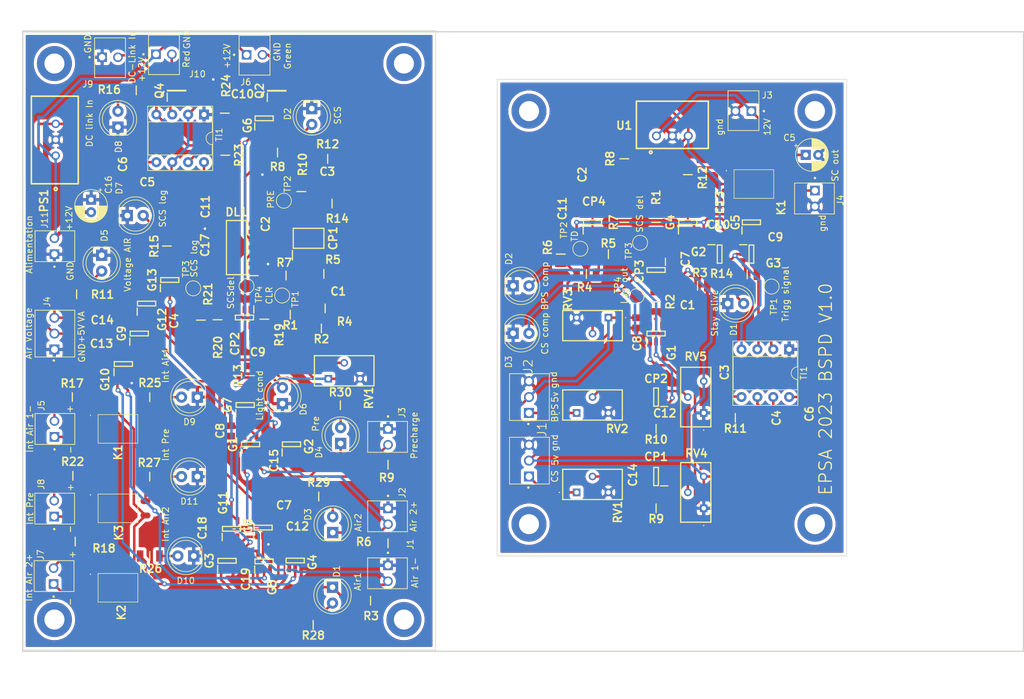
<source format=kicad_pcb>
(kicad_pcb (version 20211014) (generator pcbnew)
  (title_block (title "Plaque H9") (date "2022-12-04") (rev "V1.0") (company "EPSA"))
  (layers (0 "F.Cu" signal) (31 "B.Cu" signal) (34 "B.Paste" user) (35 "F.Paste" user) (36 "B.SilkS" user "B.Silkscreen") (37 "F.SilkS" user "F.Silkscreen") (38 "B.Mask" user) (39 "F.Mask" user) (44 "Edge.Cuts" user))
  (net 0 "")
  (net 1 "0")
  (net 2 "Net-(C1-Pad2)")
  (net 3 "+5V")
  (net 4 "Net-(C3-Pad2)")
  (net 5 "Net-(C4-Pad1)")
  (net 6 "Net-(C5-Pad2)")
  (net 7 "Net-(C6-Pad2)")
  (net 8 "CLR")
  (net 9 "mid Pot")
  (net 10 "PRE")
  (net 11 "SCS del")
  (net 12 "Net-(CP2-Pad3)")
  (net 13 "SCS")
  (net 17 "AIR 1")
  (net 18 "AIR 2")
  (net 19 "PreCharge")
  (net 20 "VoltageAIR")
  (net 21 "Int AIR 1")
  (net 22 "Net-(G3-Pad4)")
  (net 23 "Int AIR 2")
  (net 24 "Net-(G4-Pad4)")
  (net 25 "Int PreCharge")
  (net 26 "Net-(G11-Pad2)")
  (net 27 "Lightning cond")
  (net 28 "Net-(G11-Pad1)")
  (net 29 "SCS log")
  (net 30 "Clign")
  (net 31 "Net-(J5-Pad2)")
  (net 32 "Net-(J7-Pad2)")
  (net 33 "Net-(J8-Pad2)")
  (net 34 "DC-Link In")
  (net 35 "+12V")
  (net 36 "Net-(D1-Pad2)")
  (net 37 "Net-(R23-Pad1)")
  (net 38 "Net-(D2-Pad2)")
  (net 39 "Net-(D3-Pad2)")
  (net 40 "Net-(D4-Pad2)")
  (net 41 "Net-(D5-Pad2)")
  (net 42 "Net-(D6-Pad2)")
  (net 43 "Net-(D7-Pad2)")
  (net 44 "Net-(D8-Pad2)")
  (net 45 "Net-(D9-Pad2)")
  (net 46 "Net-(D10-Pad2)")
  (net 47 "Net-(D11-Pad2)")
  (net 48 "Net-(G1-Pad4)")
  (net 49 "Net-(G2-Pad4)")
  (net 50 "Net-(G6-Pad4)")
  (net 51 "Net-(J5-Pad1)")
  (net 52 "Net-(G10-Pad4)")
  (net 53 "Net-(J7-Pad1)")
  (net 54 "Net-(J8-Pad1)")
  (net 55 "Net-(G12-Pad1)")
  (net 56 "Net-(K1-Pad1)")
  (net 57 "Net-(K2-Pad1)")
  (net 58 "Net-(K3-Pad1)")
  (net 59 "Net-(G11-Pad4)")
  (net 60 "Net-(G12-Pad4)")
  (net 61 "Net-(J6-Pad2)")
  (net 62 "Net-(J10-Pad2)")
  (footprint "EPSA_lib:SOT95P280X145-5N" (layer "F.Cu") (at 89.296712 122.638834 90)
    (fp_text reference "G4")
    (fp_text value "Gate AND SN74AHCT1G08DBVR" hide)
  )
  (footprint "EPSA_lib:RESC3216X70N" (layer "F.Cu") (at 88.511025 83.324923 180)
    (fp_text reference "R1")
    (fp_text value "Résistance RK73H2BLTDD2152F" hide)
  )
  (footprint "EPSA_lib:RESC3216X70N" (layer "F.Cu") (at 92.170787 132.916744 180)
    (fp_text reference "R28")
    (fp_text value "Résistance RK73H2BLTDD2152F" hide)
  )
  (footprint "EPSA_lib:RESC3216X70N" (layer "F.Cu") (at 53.752 109.103556)
    (fp_text reference "R22")
    (fp_text value "Résistance RK73H2BLTDD2152F" hide)
  )
  (footprint "EPSA_lib:RESC3216X70N" (layer "F.Cu") (at 82.077242 93.07877 90)
    (fp_text reference "R13")
    (fp_text value "Résistance RK73H2BLTDD2152F" hide)
  )
  (footprint "EPSA_lib:SOIC127P600X175-14N" (layer "F.Cu") (at 79.904497 72.605122 180)
    (fp_text reference "DL1")
    (fp_text value "Bascule D SN74HCS72QDRQ1" hide)
  )
  (footprint "LED_THT:LED_D5.0mm" (layer "F.Cu") (at 96.558995 103.929154 90)
    (fp_text reference "D4")
    (fp_text value "LED")
  )
  (footprint "EPSA_lib:CAPC2012X130N" (layer "F.Cu") (at 68.694284 62.100848)
    (fp_text reference "C5")
    (fp_text value "Condensateur 0805Y1000104JXT" hide)
  )
  (footprint "EPSA_lib:CAPC2012X130N" (layer "F.Cu") (at 144.713139 99.230899 180)
    (fp_text reference "C12")
    (fp_text value "Condensateur 0805Y1000104JXT" hide)
  )
  (footprint "EPSA_lib:CAPC2012X130N" (layer "F.Cu") (at 83.332896 87.691588 180)
    (fp_text reference "C9")
    (fp_text value "Condensateur 0805Y1000104JXT" hide)
  )
  (footprint "EPSA_lib:RESC3216X70N" (layer "F.Cu") (at 63.880504 47.467017)
    (fp_text reference "R16")
    (fp_text value "Résistance RK73H2BLTDD2152F" hide)
  )
  (footprint "EPSA_lib:CAPC2012X130N" (layer "F.Cu") (at 149.750352 76.557395 90)
    (fp_text reference "C7")
    (fp_text value "Condensateur 0805Y1000104JXT" hide)
  )
  (footprint "EPSA_lib:RESC3216X70N" (layer "F.Cu") (at 146.998233 68.568036 90)
    (fp_text reference "R1")
    (fp_text value "Résistance RK73H2BLTDD2152F" hide)
  )
  (footprint "MountingHole:MountingHole_3.2mm_M3_DIN965_Pad" (layer "F.Cu") (at 172.398233 116.828036 90)
    (fp_text reference "REF**" hide)
    (fp_text value "MountingHole_3.2mm_M3_DIN965_Pad" hide)
  )
  (footprint "EPSA_lib:3296Y1223LF" (layer "F.Cu") (at 154.618233 114.288036)
    (fp_text reference "RV4")
    (fp_text value "Varystor 3296Y-1-223LF" hide)
  )
  (footprint "EPSA_lib:CAPC2012X130N" (layer "F.Cu") (at 136.838233 60.948036 90)
    (fp_text reference "C2")
    (fp_text value "Condensateur 0805Y1000104JXT" hide)
  )
  (footprint "EPSA_lib:CAPC2012X130N" (layer "F.Cu") (at 157.416324 70.891243 180)
    (fp_text reference "C10")
    (fp_text value "Condensateur 0805Y1000104JXT" hide)
  )
  (footprint "EPSA_lib:MOLEX_22-11-2022" (layer "F.Cu") (at 104.14 101.6 -90)
    (fp_text reference "J3")
    (fp_text value "2P Droit 2-11-2022")
  )
  (footprint "TestPoint:TestPoint_Pad_D2.0mm" (layer "F.Cu") (at 87.213908 80.268578 90)
    (fp_text reference "TP1")
    (fp_text value "TestPoint")
  )
  (footprint "EPSA_lib:MOLEX_22-11-2022" (layer "F.Cu") (at 162.238233 50.788036 180)
    (fp_text reference "J3")
    (fp_text value "2P Droit 2-11-2022")
  )
  (footprint "EPSA_lib:SOT95P280X145-5N" (layer "F.Cu") (at 79.122609 117.573231 90)
    (fp_text reference "G11")
    (fp_text value "Gate OR SN74AHCT1G32DBVR" hide)
  )
  (footprint "Capacitor_THT:CP_Radial_D5.0mm_P2.00mm" (layer "F.Cu") (at 56.664142 64.953343 -90)
    (fp_text reference "C16")
    (fp_text value "C")
  )
  (footprint "EPSA_lib:CAPC2012X130N" (layer "F.Cu") (at 143.928029 84.637256 -90)
    (fp_text reference "C8")
    (fp_text value "Condensateur 0805Y1000104JXT" hide)
  )
  (footprint "EPSA_lib:MOLEX_22-11-2032" (layer "F.Cu") (at 126.678233 99.048036 90)
    (fp_text reference "J2")
    (fp_text value "3P Droit 22-11-2032")
  )
  (footprint "MountingHole:MountingHole_3.2mm_M3_DIN965_Pad" (layer "F.Cu") (at 50.8 132.08 -90)
    (fp_text reference "REF**" hide)
    (fp_text value "MountingHole_3.2mm_M3_DIN965_Pad" hide)
  )
  (footprint "EPSA_lib:CAPC2012X130N" (layer "F.Cu") (at 74.820538 62.700409 90)
    (fp_text reference "C11")
    (fp_text value "Condensateur 0805Y1000104JXT" hide)
  )
  (footprint "EPSA_lib:CAPC2012X130N" (layer "F.Cu") (at 133.984758 66.401376 90)
    (fp_text reference "C11")
    (fp_text value "Condensateur 0805Y1000104JXT" hide)
  )
  (footprint "EPSA_lib:SOT95P280X145-5N" (layer "F.Cu") (at 84.319141 122.773929 90)
    (fp_text reference "G5")
    (fp_text value "Gate AND SN74AHCT1G08DBVR" hide)
  )
  (footprint "LED_THT:LED_D5.0mm" (layer "F.Cu") (at 73.66 96.52 180)
    (fp_text reference "D9")
    (fp_text value "LED")
  )
  (footprint "EPSA_lib:MOLEX_22-11-2022" (layer "F.Cu") (at 50.763334 115.617 90)
    (fp_text reference "J8")
    (fp_text value "2P Droit 2-11-2022")
  )
  (footprint "EPSA_lib:CAPC2012X130N" (layer "F.Cu") (at 171.451875 95.851267 90)
    (fp_text reference "C6")
    (fp_text value "Condensateur 0805Y1000104JXT" hide)
  )
  (footprint "EPSA_lib:CAPC2012X130N" (layer "F.Cu") (at 164.62318 99.84672 -90)
    (fp_text reference "C4")
    (fp_text value "Condensateur 0805Y1000104JXT" hide)
  )
  (footprint "EPSA_lib:RESC3216X70N" (layer "F.Cu") (at 146.998233 114.288036 180)
    (fp_text reference "R9")
    (fp_text value "Résistance RK73H2BLTDD2152F" hide)
  )
  (footprint "EPSA_lib:CAPC2012X130N" (layer "F.Cu") (at 154.936126 65.322719 90)
    (fp_text reference "C13")
    (fp_text value "Condensateur 0805Y1000104JXT" hide)
  )
  (footprint "EPSA_lib:RESC3216X70N" (layer "F.Cu") (at 146.998233 81.268036 90)
    (fp_text reference "R2")
    (fp_text value "Résistance RK73H2BLTDD2152F" hide)
  )
  (footprint "EPSA_lib:SOIC127P600X175-8N" (layer "F.Cu") (at 91.44 71.12 90)
    (fp_text reference "CP1")
    (fp_text value "Comparateur Double LM393LVDR" hide)
  )
  (footprint "EPSA_lib:RESC3216X70N" (layer "F.Cu") (at 78.105826 57.83656 90)
    (fp_text reference "R23")
    (fp_text value "Résistance RK73H2BLTDD2152F" hide)
  )
  (footprint "EPSA_lib:SOT95P237X112-3N" (layer "F.Cu") (at 86.341107 47.531009 90)
    (fp_text reference "Q2")
    (fp_text value "NMOS SQ2348ES-T1_GE3" hide)
  )
  (footprint "EPSA_lib:CPC1394GR" (layer "F.Cu") (at 60.96 114.3 -90)
    (fp_text reference "K3")
    (fp_text value "SSR CPC1394GR" hide)
  )
  (footprint "EPSA_lib:RESC3216X70N" (layer "F.Cu") (at 76.880801 84.141344 -90)
    (fp_text reference "R20")
    (fp_text value "Résistance RK73H2BLTDD2152F" hide)
  )
  (footprint "" (layer "F.Cu") (at 50.8 43.18 90)
    (fp_text reference "")
    (fp_text value "")
  )
  (footprint "EPSA_lib:RESC3216X70N" (layer "F.Cu") (at 54.346853 80.058749 180)
    (fp_text reference "R11")
    (fp_text value "Résistance RK73H2BLTDD2152F" hide)
  )
  (footprint "EPSA_lib:MOLEX_22-11-2022" (layer "F.Cu") (at 81.527727 41.78178)
    (fp_text reference "J6")
    (fp_text value "2P Droit 2-11-2022")
  )
  (footprint "LED_THT:LED_D5.0mm" (layer "F.Cu") (at 124.138233 86.308695)
    (fp_text reference "D3")
    (fp_text value "LED")
  )
  (footprint "EPSA_lib:MOLEX_22-11-2032" (layer "F.Cu") (at 50.8 88.9 90)
    (fp_text reference "J4")
    (fp_text value "3P Droit 22-11-2032")
  )
  (footprint "TestPoint:TestPoint_Pad_D2.0mm" (layer "F.Cu") (at 165.46656 78.83672 90)
    (fp_text reference "TP1")
    (fp_text value "TestPoint")
  )
  (footprint "EPSA_lib:CAPC2012X130N" (layer "F.Cu") (at 84.496814 113.907353 180)
    (fp_text reference "C7")
    (fp_text value "Condensateur 0805Y1000104JXT" hide)
  )
  (footprint "EPSA_lib:MOLEX_22-11-2022" (layer "F.Cu") (at 104.14 114.3 -90)
    (fp_text reference "J2")
    (fp_text value "2P Droit 2-11-2022")
  )
  (footprint "LED_THT:LED_D5.0mm" (layer "F.Cu") (at 62.451084 67.48189)
    (fp_text reference "D7")
    (fp_text value "LED")
  )
  (footprint "EPSA_lib:RESC3216X70N" (layer "F.Cu") (at 95.188622 65.558552)
    (fp_text reference "R14")
    (fp_text value "Résistance RK73H2BLTDD2152F" hide)
  )
  (footprint "EPSA_lib:SOT95P280X145-5N" (layer "F.Cu") (at 157.158233 73.648036)
    (fp_text reference "G2")
    (fp_text value "Gate NAND SN74AHCT1G00DBVR" hide)
  )
  (footprint "EPSA_lib:RESC3216X70N" (layer "F.Cu") (at 66.04 121.92)
    (fp_text reference "R26")
    (fp_text value "Résistance RK73H2BLTDD2152F" hide)
  )
  (footprint "EPSA_lib:3296Y1223LF" (layer "F.Cu") (at 139.378233 83.808036 90)
    (fp_text reference "RV3")
    (fp_text value "Varystor 3296Y-1-223LF" hide)
  )
  (footprint "EPSA_lib:RESC3216X70N" (layer "F.Cu") (at 87.836 77.083112)
    (fp_text reference "R7")
    (fp_text value "Résistance RK73H2BLTDD2152F" hide)
  )
  (footprint "LED_THT:LED_D5.0mm" (layer "F.Cu") (at 95.264433 126.91143 -90)
    (fp_text reference "D1")
    (fp_text value "LED")
  )
  (footprint "TestPoint:TestPoint_Pad_D2.0mm" (layer "F.Cu") (at 81.515494 78.760174 90)
    (fp_text reference "TP4")
    (fp_text value "TestPoint")
  )
  (footprint "EPSA_lib:CAPC2012X130N" (layer "F.Cu") (at 78.928377 101.919111 90)
    (fp_text reference "C8")
    (fp_text value "Condensateur 0805Y1000104JXT" hide)
  )
  (footprint "EPSA_lib:SOT95P280X145-5N" (layer "F.Cu") (at 84.333947 51.941247 90)
    (fp_text reference "G6")
    (fp_text value "Gate AND SN74AHCT1G08DBVR" hide)
  )
  (footprint "EPSA_lib:CAPC2012X130N" (layer "F.Cu") (at 144.679946 112.061511 180)
    (fp_text reference "C14")
    (fp_text value "Condensateur 0805Y1000104JXT" hide)
  )
  (footprint "TestPoint:TestPoint_Pad_D2.0mm" (layer "F.Cu") (at 73.001731 79.11462 90)
    (fp_text reference "TP3")
    (fp_text value "TestPoint" hide)
  )
  (footprint "TestPoint:TestPoint_Pad_D2.0mm" (layer "F.Cu") (at 87.486801 65.113196 90)
    (fp_text reference "TP2")
    (fp_text value "TestPoint")
  )
  (footprint "EPSA_lib:SOT95P280X145-5N" (layer "F.Cu") (at 81.187294 83.785857 -90)
    (fp_text reference "CP2")
    (fp_text value "Comparateur TS391ILT" hide)
  )
  (footprint "EPSA_lib:RESC3216X70N" (layer "F.Cu") (at 161.57 76.896554)
    (fp_text reference "R14")
    (fp_text value "Résistance RK73H2BLTDD2152F" hide)
  )
  (footprint "EPSA_lib:RESC3216X70N" (layer "F.Cu") (at 93.483812 85.530042 180)
    (fp_text reference "R2")
    (fp_text value "Résistance RK73H2BLTDD2152F" hide)
  )
  (footprint "EPSA_lib:SOT95P280X145-5N" (layer "F.Cu") (at 61.824425 91.218261 90)
    (fp_text reference "G10")
    (fp_text value "Gate OR SN74AHCT1G32DBVR" hide)
  )
  (footprint "EPSA_lib:CAPC2012X130N" (layer "F.Cu") (at 166.113241 72.806663)
    (fp_text reference "C9")
    (fp_text value "Condensateur 0805Y1000104JXT" hide)
  )
  (footprint "EPSA_lib:SOT95P280X145-5N" (layer "F.Cu") (at 136.838233 68.568036 90)
    (fp_text reference "CP4")
    (fp_text value "Comparateur TS391ILT" hide)
  )
  (footprint "Package_DIP:DIP-8_W7.62mm_Socket" (layer "F.Cu") (at 168.276414 88.879091 -90)
    (fp_text reference "TI1")
    (fp_text value "Timer 555 LM555CMX_NOPB")
  )
  (footprint "EPSA_lib:MOLEX_22-11-2032" (layer "F.Cu") (at 126.678233 109.208036 90)
    (fp_text reference "J1")
    (fp_text value "3P Droit 22-11-2032")
  )
  (footprint "LED_THT:LED_D5.0mm" (layer "F.Cu") (at 91.952042 50.378319 -90)
    (fp_text reference "D2")
    (fp_text value "LED")
  )
  (footprint "EPSA_lib:3296Y1223LF" (layer "F.Cu") (at 94.592704 93.577536 -90)
    (fp_text reference "RV1")
    (fp_text value "Varystor 3296Y-1-223LF" hide)
  )
  (footprint "EPSA_lib:SOT95P280X145-5N" (layer "F.Cu") (at 152.078233 68.568036 90)
    (fp_text reference "G4")
    (fp_text value "Gate OR SN74AHCT1G32DBVR" hide)
  )
  (footprint "EPSA_lib:SOT95P280X145-5N" (layer "F.Cu") (at 84.159806 117.379293 90)
    (fp_text reference "G8")
    (fp_text value "Gate OR SN74AHCT1G32DBVR" hide)
  )
  (footprint "EPSA_lib:RESC3216X70N" (layer "F.Cu") (at 86.474151 57.411397)
    (fp_text reference "R8")
    (fp_text value "Résistance RK73H2BLTDD2152F" hide)
  )
  (footprint "LED_THT:LED_D5.0mm" (layer "F.Cu") (at 73.07589 121.915138 180)
    (fp_text reference "D10")
    (fp_text value "LED")
  )
  (footprint "EPSA_lib:RESC3216X70N" (layer "F.Cu") (at 93.882693 76.815818 180)
    (fp_text reference "R5")
    (fp_text value "Résistance RK73H2BLTDD2152F" hide)
  )
  (footprint "EPSA_lib:RESC3216X70N" (layer "F.Cu") (at 94.085502 82.332132)
    (fp_text reference "R4")
    (fp_text value "Résistance RK73H2BLTDD2152F" hide)
  )
  (footprint "EPSA_lib:RESC3216X70N" (layer "F.Cu") (at 68.786577 72.359466 90)
    (fp_text reference "R15")
    (fp_text value "Résistance RK73H2BLTDD2152F" hide)
  )
  (footprint "EPSA_lib:CAPC2012X130N" (layer "F.Cu") (at 63.512103 58.356071 -90)
    (fp_text reference "C6")
    (fp_text value "Condensateur 0805Y1000104JXT" hide)
  )
  (footprint "MountingHole:MountingHole_3.2mm_M3_DIN965_Pad" (layer "F.Cu") (at 126.678233 116.828036 90)
    (fp_text reference "REF**" hide)
    (fp_text value "MountingHole_3.2mm_M3_DIN965_Pad" hide)
  )
  (footprint "EPSA_lib:RESC3216X70N" (layer "F.Cu") (at 53.663333 96.509336)
    (fp_text reference "R17")
    (fp_text value "Résistance RK73H2BLTDD2152F" hide)
  )
  (footprint "EPSA_lib:CAPC2012X130N" (layer "F.Cu") (at 58.415803 89.939882)
    (fp_text reference "C13")
    (fp_text value "Condensateur 0805Y1000104JXT" hide)
  )
  (footprint "TestPoint:TestPoint_Pad_D2.0mm" (layer "F.Cu") (at 134.887877 72.792627 90)
    (fp_text reference "TP2")
    (fp_text value "TestPoint")
  )
  (footprint "EPSA_lib:MOLEX_22-11-2022" (layer "F.Cu") (at 172.398233 63.488036 -90)
    (fp_text reference "J4")
    (fp_text value "2P Droit 2-11-2022")
  )
  (footprint "" (layer "F.Cu") (at 106.68 43.18 90)
    (fp_text reference "")
    (fp_text value "")
  )
  (footprint "" (layer "F.Cu") (at 106.68 132.08 90)
    (fp_text reference "")
    (fp_text value "")
  )
  (footprint "EPSA_lib:CAPC2012X130N" (layer "F.Cu") (at 86.293811 69.209482 -90)
    (fp_text reference "C2")
    (fp_text value "Condensateur 0805Y1000104JXT" hide)
  )
  (footprint "EPSA_lib:CAPC2012X130N" (layer "F.Cu") (at 93.228477 79.666878 180)
    (fp_text reference "C1")
    (fp_text value "Condensateur 0805Y1000104JXT" hide)
  )
  (footprint "EPSA_lib:SOT95P280X145-5N" (layer "F.Cu") (at 146.998233 76.188036 -90)
    (fp_text reference "CP3")
    (fp_text value "Comparateur TS391ILT" hide)
  )
  (footprint "EPSA_lib:3296Y1223LF" (layer "F.Cu") (at 154.618233 99.048036)
    (fp_text reference "RV5")
    (fp_text value "Varystor 3296Y-1-223LF" hide)
  )
  (footprint "EPSA_lib:MOLEX_22-11-2022" (layer "F.Cu") (at 104.13062 123.413347 -90)
    (fp_text reference "J1")
    (fp_text value "2P Droit 2-11-2022")
  )
  (footprint "EPSA_lib:MOLEX_22-11-2022" (layer "F.Cu") (at 50.8 73.66 90)
    (fp_text reference "J11")
    (fp_text value "2P Droit 2-11-2022")
  )
  (footprint "LED_THT:LED_D5.0mm" (layer "F.Cu") (at 73.66 109.22 180)
    (fp_text reference "D11")
    (fp_text value "LED")
  )
  (footprint "EPSA_lib:MOLEX_22-11-2022" (layer "F.Cu") (at 58.420266 42.17193)
    (fp_text reference "J9")
    (fp_text value "2P Droit 2-11-2022")
  )
  (footprint "EPSA_lib:RESC3216X70N" (layer "F.Cu") (at 104.14 107.322344)
    (fp_text reference "R9")
    (fp_text value "Résistance RK73H2BLTDD2152F" hide)
  )
  (footprint "EPSA_lib:CPC1394GR" (layer "F.Cu") (at 162.63933 62.441571 -90)
    (fp_text reference "K1")
    (fp_text value "SSR CPC1394GR" hide)
  )
  (footprint "EPSA_lib:3296Y1223LF" (layer "F.Cu") (at 134.298233 99.048036 -90)
    (fp_text reference "RV2")
    (fp_text value "Varystor 3296Y-1-223LF" hide)
  )
  (footprint "EPSA_lib:RESC3216X70N" (layer "F.Cu") (at 153.628233 78.728036 180)
    (fp_text reference "R3")
    (fp_text value "Résistance RK73H2BLTDD2152F" hide)
  )
  (footprint "LED_THT:LED_D5.0mm" (layer "F.Cu") (at 124.138233 78.728036)
    (fp_text reference "D2")
    (fp_text value "LED")
  )
  (footprint "EPSA_lib:CAPC2012X130N" (layer "F.Cu") (at 76.328037 117.536264 -90)
    (fp_text reference "C18")
    (fp_text value "Condensateur 0805Y1000104JXT" hide)
  )
  (footprint "EPSA_lib:RESC3216X70N" (layer "F.Cu") (at 66.04 96.52)
    (fp_text reference "R25")
    (fp_text value "Résistance RK73H2BLTDD2152F" hide)
  )
  (footprint "EPSA_lib:CAPC2012X130N" (layer "F.Cu") (at 158.063556 95.606657 -90)
    (fp_text reference "C3")
    (fp_text value "Condensateur 0805Y1000104JXT" hide)
  )
  (footprint "EPSA_lib:RESC3216X70N" (layer "F.Cu") (at 96.519999 97.806853)
    (fp_text reference "R30")
    (fp_text value "Résistance RK73H2BLTDD2152F" hide)
  )
  (footprint "LED_THT:LED_D5.0mm" (layer "F.Cu") (at 158.454413 81.557859)
    (fp_text reference "D1")
    (fp_text value "LED")
  )
  (footprint "EPSA_lib:CAPC2012X130N" (layer "F.Cu") (at 152.078233 83.808036)
    (fp_text reference "C1")
    (fp_text value "Condensateur 0805Y1000104JXT" hide)
  )
  (footprint "EPSA_lib:RESC3216X70N" (layer "F.Cu") (at 159.669828 99.833933 180)
    (fp_text reference "R11")
    (fp_text value "Résistance RK73H2BLTDD2152F" hide)
  )
  (footprint "EPSA_lib:SOT95P280X145-5N" (layer "F.Cu") (at 64.356774 86.344558 90)
    (fp_text reference "G9")
    (fp_text value "Gate NAND SN74AHCT1G00DBVR" hide)
  )
  (footprint "EPSA_lib:CPC1394GR" (layer "F.Cu") (at 60.96 101.6 -90)
    (fp_text reference "K1")
    (fp_text value "SSR CPC1394GR" hide)
  )
  (footprint "Capacitor_THT:CP_Radial_D5.0mm_P2.00mm" (layer "F.Cu") (at 170.928387 57.78467)
    (fp_text reference "C5")
    (fp_text value "C")
  )
  (footprint "EPSA_lib:SOT95P237X112-3N" (layer "F.Cu") (at 70.334885 47.5111 90)
    (fp_text reference "Q4")
    (fp_text value "NMOS SQ2348ES-T1_GE3" hide)
  )
  (footprint "EPSA_lib:RESC3216X70N" (layer "F.Cu") (at 146.998233 101.588036 180)
    (fp_text reference "R10")
    (fp_text value "Résistance RK73H2BLTDD2152F" hide)
  )
  (footprint "EPSA_lib:SOT95P280X145-5N" (layer "F.Cu") (at 65.535032 81.555297 90)
    (fp_text reference "G12")
    (fp_text value "Gate NOR SN74AHCT1G02DBVR" hide)
  )
  (footprint "EPSA_lib:CAPC2012X130N" (layer "F.Cu") (at 94.485346 62.536608 180)
    (fp_text reference "C3")
    (fp_text value "Condensateur 0805Y1000104JXT" hide)
  )
  (footprint "EPSA_lib:CAPC2012X130N" (layer "F.Cu") (at 80.855034 50.057037)
    (fp_text reference "C10")
    (fp_text value "Condensateur 0805Y1000104JXT" hide)
  )
  (footprint "EPSA_lib:3296Y1223LF" (layer "F.Cu") (at 134.298233 111.748036 -90)
    (fp_text reference "RV1")
    (fp_text value "Varystor 3296Y-1-223LF" hide)
  )
  (footprint "TestPoint:TestPoint_Pad_D2.0mm" (layer "F.Cu") (at 143.878588 80.39857 90)
    (fp_text reference "TP4")
    (fp_text value "TestPoint")
  )
  (footprint "LED_THT:LED_D5.0mm" (layer "F.Cu") (at 87.263603 97.553601 90)
    (fp_text reference "D6")
    (fp_text value "LED")
  )
  (footprint "EPSA_lib:MOLEX_22-11-2022" (layer "F.Cu") (at 67.03909 41.696167)
    (fp_text reference "J10")
    (fp_text value "2P Droit 2-11-2022")
  )
  (footprint "EPSA_lib:CAPC2012X130N" (layer "F.Cu") (at 89.545087 119.502277 180)
    (fp_text reference "C12")
    (fp_text value "Condensateur 0805Y1000104JXT" hide)
  )
  (footprint "EPSA_lib:RESC3216X70N" (layer "F.Cu") (at 84.362618 84.059003 90)
    (fp_text reference "R19")
    (fp_text value "Résistance RK73H2BLTDD2152F" hide)
  )
  (footprint "EPSA_lib:CAPC2012X130N" (layer "F.Cu") (at 81.28 121.92 90)
    (fp_text reference "C19")
    (fp_text value "Condensateur 0805Y1000104JXT" hide)
  )
  (footprint "EPSA_lib:MOLEX_22-11-2022" (layer "F.Cu") (at 50.671579 126.401106 90)
    (fp_text reference "J7")
    (fp_text value "2P Droit 2-11-2022")
  )
  (footprint "EPSA_lib:RESC3216X70N" (layer "F.Cu") (at 152.078233 60.948036 -90)
    (fp_text reference "R12")
    (fp_text value "Résistance RK73H2BLTDD2152F" hide)
  )
  (footprint "LED_THT:LED_D5.0mm" (layer "F.Cu") (at 60.96 53.34 90)
    (fp_text reference "D8")
    (fp_text value "LED")
  )
  (footprint "EPSA_lib:SOT95P280X145-5N" (layer "F.Cu") (at 82.158242 104.059549 90)
    (fp_text reference "G1")
    (fp_text value "Gate AND SN74AHCT1G08DBVR" hide)
  )
  (footprint "EPSA_lib:RESC3216X70N" (layer "F.Cu") (at 74.221202 84.203675 90)
    (fp_text reference "R21")
    (fp_text value "Résistance RK73H2BLTDD2152F" hide)
  )
  (footprint "EPSA_lib:RESC3216X70N" (layer "F.Cu") (at 131.758233 73.648036 -90)
    (fp_text reference "R6")
    (fp_text value "Résistance RK73H2BLTDD2152F" hide)
  )
  (footprint "EPSA_lib:RESC3216X70N" (layer "F.Cu") (at 135.85749 76.835311)
    (fp_text reference "R4")
    (fp_text value "Résistance RK73H2BLTDD2152F" hide)
  )
  (footprint "EPSA_lib:SOT95P280X145-5N" (layer "F.Cu") (at 162.238233 73.648036)
    (fp_text reference "G3")
    (fp_text value "Gate NAND SN74AHCT1G00DBVR" hide)
  )
  (footprint "EPSA_lib:RESC3216X70N" (layer "F.Cu") (at 101.343292 129.054991)
    (fp_text reference "R3")
    (fp_text value "Résistance RK73H2BLTDD2152F" hide)
  )
  (footprint "EPSA_lib:SOT95P280X145-5N" (layer "F.Cu") (at 146.998233 96.508036 180)
    (fp_text reference "CP2")
    (fp_text value "Comparateur TS391ILT" hide)
  )
  (footprint "EPSA_lib:CAPC2012X130N" (layer "F.Cu") (at 74.902555 75.742178 -90)
    (fp_text reference "C17")
    (fp_text value "Condensateur 0805Y1000104JXT" hide)
  )
  (footprint "EPSA_lib:RESC3216X70N" (layer "F.Cu") (at 139.378233 73.648036)
    (fp_text reference "R5")
    (fp_text value "Résistance RK73H2BLTDD2152F" hide)
  )
  (footprint "EPSA_lib:SOT95P280X145-5N" (layer "F.Cu") (at 146.998233 86.348036 90)
    (fp_text reference "G1")
    (fp_text value "Gate AND SN74AHCT1G08DBVR" hide)
  )
  (footprint "EPSA_lib:CAPC2012X130N" (layer "F.Cu") (at 85.899762 103.326384 90)
    (fp_text reference "C15")
    (fp_text value "Condensateur 0805Y1000104JXT" hide)
  )
  (footprint "TestPoint:TestPoint_Pad_D2.0mm" (layer "F.Cu") (at 144.446157 71.832592 90)
    (fp_text reference "TP3")
    (fp_text value "TestPoint")
  )
  (footprint "MountingHole:MountingHole_3.2mm_M3_DIN965_Pad" (layer "F.Cu") (at 126.678233 50.788036 90)
    (fp_text reference "REF**" hide)
    (fp_text value "MountingHole_3.2mm_M3_DIN965_Pad" hide)
  )
  (footprint "EPSA_lib:SOT95P280X145-5N" (layer "F.Cu") (at 162.238233 68.568036 90)
    (fp_text reference "G5")
    (fp_text value "Gate NOR SN74AHCT1G02DBVR" hide)
  )
  (footprint "EPSA_lib:RESC3216X70N" (layer "F.Cu") (at 104.14 119.8883)
    (fp_text reference "R6")
    (fp_text value "Résistance RK73H2BLTDD2152F" hide)
  )
  (footprint "EPSA_lib:SOT95P280X145-5N" (layer "F.Cu") (at 81.293844 97.769516 90)
    (fp_text reference "G7")
    (fp_text value "Gate AND SN74AHCT1G08DBVR" hide)
  )
  (footprint "EPSA_lib:SOT95P280X145-5N" (layer "F.Cu") (at 69.245639 77.783763 90)
    (fp_text reference "G13")
    (fp_text value "Gate OR SN74AHCT1G32DBVR" hide)
  )
  (footprint "Package_DIP:DIP-8_W7.62mm_Socket" (layer "F.Cu") (at 74.720453 51.33421 -90)
    (fp_text reference "TI1")
    (fp_text value " LM555")
  )
  (footprint "EPSA_lib:TSR-0.5-2433" (layer "F.Cu") (at 143.849733 56.752036)
    (fp_text reference "U1")
    (fp_text value "Alim LP TSR_0.5-2450" hide)
  )
  (footprint "EPSA_lib:CAPC2012X130N" (layer "F.Cu") (at 71.662162 84.332043 90)
    (fp_text reference "C4")
    (fp_text value "Condensateur 0805Y1000104JXT" hide)
  )
  (footprint "EPSA_lib:RESC3216X70N" (layer "F.Cu") (at 66.04 109.22)
    (fp_text reference "R27")
    (fp_text value "Résistance RK73H2BLTDD2152F" hide)
  )
  (footprint "LED_THT:LED_D5.0mm" (layer "F.Cu") (at 58.349457 73.830812 -90)
    (fp_text reference "D5")
    (fp_text value "LED")
  )
  (footprint "EPSA_lib:TSR-2" (layer "F.Cu") (at 47.1115 62.40232 90)
    (fp_text reference "PS1")
    (fp_text value "Alim HP TSR_2-2450" hide)
  )
  (footprint "EPSA_lib:RESC3216X70N" (layer "F.Cu") (at 90.285901 63.649404 90)
    (fp_text reference "R10")
    (fp_text value "Résistance RK73H2BLTDD2152F" hide)
  )
  (footprint "LED_THT:LED_D5.0mm" (layer "F.Cu") (at 95.300558 118.171139 90)
    (fp_text reference "D3")
    (fp_text value "LED")
  )
  (footprint "EPSA_lib:MOLEX_22-11-2022" (layer "F.Cu") (at 50.807668 102.875003 90)
    (fp_text reference "J5")
    (fp_text value "2P Droit 2-11-2022")
  )
  (footprint "MountingHole:MountingHole_3.2mm_M3_DIN965_Pad" (layer "F.Cu") (at 172.398233 50.788036 90)
    (fp_text reference "REF**" hide)
    (fp_text value "MountingHole_3.2mm_M3_DIN965_Pad" hide)
  )
  (footprint "EPSA_lib:SOT95P280X145-5N" (layer "F.Cu") (at 78.39866 122.680517 90)
    (fp_text reference "G3")
    (fp_text value "Gate AND SN74AHCT1G08DBVR" hide)
  )
  (footprint "EPSA_lib:RESC3216X70N" (layer "F.Cu") (at 54.129679 119.617949)
    (fp_text reference "R18")
    (fp_text value "Résistance RK73H2BLTDD2152F" hide)
  )
  (footprint "EPSA_lib:RESC3216X70N" (layer "F.Cu") (at 141.918233 68.568036 90)
    (fp_text reference "R7")
    (fp_text value "Résistance RK73H2BLTDD2152F" hide)
  )
  (footprint "EPSA_lib:RESC3216X70N" (layer "F.Cu") (at 93.062395 112.402217 180)
    (fp_text reference "R29")
    (fp_text value "Résistance RK73H2BLTDD2152F" hide)
  )
  (footprint "EPSA_lib:RESC3216X70N" (layer "F.Cu") (at 94.485346 58.42 180)
    (fp_text reference "R12")
    (fp_text value "Résistance RK73H2BLTDD2152F" hide)
  )
  (footprint "EPSA_lib:SOT95P280X145-5N" (layer "F.Cu") (at 146.998233 109.208036 180)
    (fp_text reference "CP1")
    (fp_text value "Comparateur TS391ILT" hide)
  )
  (footprint "EPSA_lib:SOT95P280X145-5N" (layer "F.Cu") (at 88.707441 104.053344 90)
    (fp_text reference "G2")
    (fp_text value "Gate AND SN74AHCT1G08DBVR" hide)
  )
  (footprint "EPSA_lib:RESC3216X70N" (layer "F.Cu") (at 78.026687 51.11365 -90)
    (fp_text reference "R24")
    (fp_text value "Résistance RK73H2BLTDD2152F" hide)
  )
  (footprint "EPSA_lib:RESC3216X70N" (layer "F.Cu") (at 141.918233 58.408036 -90)
    (fp_text reference "R8")
    (fp_text value "Résistance RK73H2BLTDD2152F" hide)
  )
  (footprint "EPSA_lib:CPC1394GR" (layer "F.Cu") (at 60.96 127 -90)
    (fp_text reference "K2")
    (fp_text value "SSR CPC1394GR" hide)
  )
  (footprint "EPSA_lib:CAPC2012X130N" (layer "F.Cu") (at 61.471278 82.32054)
    (fp_text reference "C14")
    (fp_text value "Condensateur 0805Y1000104JXT" hide)
  )
  (gr_rect (start 45.72 38.1) (end 205.74 137.16) (layer "Edge.Cuts") (width 0.2) (fill none))
  (gr_rect (start 45.72 136.96) (end 111.76 37.9) (layer "Edge.Cuts") (width 0.1) (fill none))
  (gr_rect (start 121.598233 121.908036) (end 177.478233 45.708036) (layer "Edge.Cuts") (width 0.1) (fill none))
  (gr_text "SCS log" (at 73.124428 74.363895 90) (layer "F.SilkS") (effects (font (size 1 1))))
  (gr_text "GND" (at 71.975468 39.327127 90) (layer "F.SilkS") (effects (font (size 1 1))))
  (gr_text "SCSdel" (at 78.995946 79.829185 90) (layer "F.SilkS") (effects (font (size 1 1))))
  (gr_text "Stay alive" (at 156.37804 83.072973 90) (layer "F.SilkS") (effects (font (size 1 1))))
  (gr_text "CS" (at 130.807254 109.182752 90) (layer "F.SilkS") (effects (font (size 1 1))))
  (gr_text "gnd" (at 130.62102 93.762841 90) (layer "F.SilkS") (effects (font (size 1 1))))
  (gr_text "SCS log" (at 68.094275 66.370792 90) (layer "F.SilkS") (effects (font (size 1 1))))
  (gr_text "Int Air 1-" (at 46.873927 101.583791 90) (layer "F.SilkS") (effects (font (size 1 1))))
  (gr_text "Log out" (at 141.918233 78.728036 90) (layer "F.SilkS") (effects (font (size 1 1))))
  (gr_text "VA" (at 55.104092 83.65478 90) (layer "F.SilkS") (effects (font (size 1 1))))
  (gr_text "Alimentation" (at 46.773803 72.116028 90) (layer "F.SilkS") (effects (font (size 1 1))))
  (gr_text "gnd" (at 130.765931 103.816044 90) (layer "F.SilkS") (effects (font (size 1 1))))
  (gr_text "+" (at 53.256867 98.412714 90) (layer "F.SilkS") (effects (font (size 1 1))))
  (gr_text "TD" (at 133.971131 70.781217 90) (layer "F.SilkS") (effects (font (size 1 1))))
  (gr_text "CS comp" (at 129.218233 86.348036 90) (layer "F.SilkS") (effects (font (size 1 1))))
  (gr_text "Air Voltage" (at 46.67995 86.315035 90) (layer "F.SilkS") (effects (font (size 1 1))))
  (gr_text "Air1" (at 99.291606 126.023373 90) (layer "F.SilkS") (effects (font (size 1 1))))
  (gr_text "BPS" (at 130.816311 99.048036 90) (layer "F.SilkS") (effects (font (size 1 1))))
  (gr_text "Voltage AIR" (at 62.502931 75.348421 90) (layer "F.SilkS") (effects (font (size 1 1))))
  (gr_text "gnd" (at 157.158233 53.328036 90) (layer "F.SilkS") (effects (font (size 1 1))))
  (gr_text "Green" (at 88.086272 41.981412 90) (layer "F.SilkS") (effects (font (size 1 1))))
  (gr_text "GND" (at 55.187225 89.446377 90) (layer "F.SilkS") (effects (font (size 1 1))))
  (gr_text "-" (at 53.282924 129.254356 90) (layer "F.SilkS") (effects (font (size 1 1))))
  (gr_text "CLR" (at 85.147786 80.268578 90) (layer "F.SilkS") (effects (font (size 1 1))))
  (gr_text "BPS comp" (at 129.218233 78.728036 90) (layer "F.SilkS") (effects (font (size 1 1))))
  (gr_text "Int Pre" (at 46.901638 114.330848 90) (layer "F.SilkS") (effects (font (size 1 1))))
  (gr_text "Trigg signal" (at 167.68703 80.031321 90) (layer "F.SilkS") (effects (font (size 1 1))))
  (gr_text "+" (at 53.34 110.965793 90) (layer "F.SilkS") (effects (font (size 1 1))))
  (gr_text "GND" (at 86.416809 41.296504 90) (layer "F.SilkS") (effects (font (size 1 1))))
  (gr_text "Air 2+" (at 108.209071 115.594574 90) (layer "F.SilkS") (effects (font (size 1 1))))
  (gr_text "+12V" (at 64.774689 44.121616 90) (layer "F.SilkS") (effects (font (size 1 1))))
  (gr_text "+12V" (at 78.388166 42.000437 90) (layer "F.SilkS") (effects (font (size 1 1))))
  (gr_text "SCS" (at 96.090912 51.454496 90) (layer "F.SilkS") (effects (font (size 1 1))))
  (gr_text "Int Air2" (at 68.58 116.84 90) (layer "F.SilkS") (effects (font (size 1 1))))
  (gr_text "-" (at 53.34 104.938652 90) (layer "F.SilkS") (effects (font (size 1 1))))
  (gr_text "Air2" (at 99.369094 116.561742 90) (layer "F.SilkS") (effects (font (size 1 1))))
  (gr_text "5v" (at 130.838387 96.508036 90) (layer "F.SilkS") (effects (font (size 1 1))))
  (gr_text "Int Air1" (at 68.58 91.44 90) (layer "F.SilkS") (effects (font (size 1 1))))
  (gr_text "Red" (at 71.885973 42.468926 90) (layer "F.SilkS") (effects (font (size 1 1))))
  (gr_text "DC-Link In" (at 63.233646 42.162018 90) (layer "F.SilkS") (effects (font (size 1 1))))
  (gr_text "SCS del" (at 144.389977 67.22964 90) (layer "F.SilkS") (effects (font (size 1 1))))
  (gr_text "EPSA 2023 BSPD V1.0" (at 174.111147 95.233423 90) (layer "F.SilkS") (effects (font (size 2 2) (thickness 0.2))))
  (gr_text "PRE" (at 85.387948 64.883723 90) (layer "F.SilkS") (effects (font (size 1 1))))
  (gr_text "Int Pre\n" (at 68.58 104.14 90) (layer "F.SilkS") (effects (font (size 1 1))))
  (gr_text "SC out" (at 175.630136 59.500474 90) (layer "F.SilkS") (effects (font (size 1 1))))
  (gr_text "-" (at 53.298433 117.657997 90) (layer "F.SilkS") (effects (font (size 1 1))))
  (gr_text "+12V" (at 53.136611 67.942648 90) (layer "F.SilkS") (effects (font (size 1 1))))
  (gr_text "Pre" (at 92.581449 100.773836 90) (layer "F.SilkS") (effects (font (size 1 1))))
  (gr_text "Light cond" (at 83.615155 96.244546 90) (layer "F.SilkS") (effects (font (size 1 1))))
  (gr_text "Precharge" (at 108.33377 102.62583 90) (layer "F.SilkS") (effects (font (size 1 1))))
  (gr_text "+5V" (at 55.104092 86.370457 90) (layer "F.SilkS") (effects (font (size 1 1))))
  (gr_text "DC link In" (at 56.406465 52.722362 90) (layer "F.SilkS") (effects (font (size 1 1))))
  (gr_text "12V" (at 164.778233 53.328036 90) (layer "F.SilkS") (effects (font (size 1 1))))
  (gr_text "5v" (at 130.856501 106.587467 90) (layer "F.SilkS") (effects (font (size 1 1))))
  (gr_text "Int Air 2+\n" (at 46.747761 125.373344 90) (layer "F.SilkS") (effects (font (size 1 1))))
  (gr_text "gnd" (at 173.593749 68.704834 90) (layer "F.SilkS") (effects (font (size 1 1))))
  (gr_text "GND" (at 56.156265 40.012168 90) (layer "F.SilkS") (effects (font (size 1 1))))
  (gr_text "Air 1-\n" (at 108.432279 124.560016 90) (layer "F.SilkS") (effects (font (size 1 1))))
  (gr_text "+" (at 53.654049 121.710723 90) (layer "F.SilkS") (effects (font (size 1 1))))
  (gr_text "GND" (at 53.330588 76.366789 90) (layer "F.SilkS") (effects (font (size 1 1))))
  (segment (start 149.023233 97.458036) (end 148.298233 97.458036) (width 0.4) (layer "F.Cu") (net 0))
  (segment (start 153.133233 72.698036) (end 155.858233 72.698036) (width 0.4) (layer "F.Cu") (net 0))
  (segment (start 136.838233 84.098036) (end 146.048233 74.888036) (width 0.4) (layer "F.Cu") (net 0))
  (segment (start 148.548233 97.708036) (end 148.298233 97.458036) (width 0.4) (layer "F.Cu") (net 0))
  (segment (start 138.038233 67.018036) (end 137.788233 67.268036) (width 0.4) (layer "F.Cu") (net 0))
  (segment (start 140.108233 61.768036) (end 141.918233 59.958036) (width 0.4) (layer "F.Cu") (net 0))
  (segment (start 136.838233 66.318036) (end 137.788233 67.268036) (width 0.4) (layer "F.Cu") (net 0))
  (segment (start 162.238233 75.415273) (end 163.369312 76.546352) (width 0.4) (layer "F.Cu") (net 0))
  (segment (start 146.048233 90.478036) (end 146.048233 87.648036) (width 0.4) (layer "F.Cu") (net 0))
  (segment (start 147.948233 83.768036) (end 146.998233 82.818036) (width 0.4) (layer "F.Cu") (net 0))
  (segment (start 149.003233 91.428036) (end 146.998233 91.428036) (width 0.4) (layer "F.Cu") (net 0))
  (segment (start 152.281927 113.438605) (end 153.226477 112.494055) (width 0.4) (layer "F.Cu") (net 0))
  (segment (start 148.548233 114.288036) (end 148.548233 112.738036) (width 0.4) (layer "F.Cu") (net 0))
  (segment (start 152.541094 71.055897) (end 153.951627 71.055897) (width 0.4) (layer "F.Cu") (net 0))
  (segment (start 149.586536 96.636815) (end 149.586536 96.894733) (width 0.4) (layer "F.Cu") (net 0))
  (segment (start 145.698233 95.558036) (end 137.788233 95.558036) (width 0.4) (layer "F.Cu") (net 0))
  (segment (start 150.878233 70.118036) (end 151.128233 69.868036) (width 0.4) (layer "F.Cu") (net 0))
  (segment (start 134.473233 71.283036) (end 135.888233 69.868036) (width 0.4) (layer "F.Cu") (net 0))
  (segment (start 126.678233 109.208036) (end 129.218233 111.748036) (width 0.4) (layer "F.Cu") (net 0))
  (segment (start 163.538233 74.598036) (end 165.413233 76.473036) (width 0.4) (layer "F.Cu") (net 0))
  (segment (start 148.548233 79.718036) (end 149.538233 78.728036) (width 0.4) (layer "F.Cu") (net 0))
  (segment (start 137.788233 95.558036) (end 136.838233 96.508036) (width 0.4) (layer "F.Cu") (net 0))
  (segment (start 149.586536 96.894733) (end 149.023233 97.458036) (width 0.4) (layer "F.Cu") (net 0))
  (segment (start 162.238233 69.868036) (end 162.238233 75.415273) (width 0.4) (layer "F.Cu") (net 0))
  (segment (start 152.078233 110.405353) (end 149.930916 108.258036) (width 0.4) (layer "F.Cu") (net 0))
  (segment (start 133.658233 72.098036) (end 134.473233 71.283036) (width 0.4) (layer "F.Cu") (net 0))
  (segment (start 152.078233 70.593036) (end 152.541094 71.055897) (width 0.4) (layer "F.Cu") (net 0))
  (segment (start 152.078233 62.498036) (end 153.068233 63.488036) (width 0.4) (layer "F.Cu") (net 0))
  (segment (start 157.737032 65.182401) (end 162.517598 65.182401) (width 0.4) (layer "F.Cu") (net 0))
  (segment (start 137.788233 69.868036) (end 137.788233 73.608036) (width 0.4) (layer "F.Cu") (net 0))
  (segment (start 155.858233 73.648036) (end 155.858233 72.698036) (width 0.4) (layer "F.Cu") (net 0))
  (segment (start 146.998233 79.718036) (end 146.998233 78.438036) (width 0.4) (layer "F.Cu") (net 0))
  (segment (start 144.446157 71.832592) (end 144.446157 70.166565) (width 0.4) (layer "F.Cu") (net 0))
  (segment (start 151.128233 70.693036) (end 153.133233 72.698036) (width 0.4) (layer "F.Cu") (net 0))
  (segment (start 154.618233 68.568036) (end 155.205927 67.980342) (width 0.4) (layer "F.Cu") (net 0))
  (segment (start 165.413233 76.473036) (end 165.413233 88.55591) (width 0.4) (layer "F.Cu") (net 0))
  (segment (start 149.538233 78.728036) (end 152.078233 78.728036) (width 0.4) (layer "F.Cu") (net 0))
  (segment (start 155.205927 67.980342) (end 157.52051 67.980342) (width 0.4) (layer "F.Cu") (net 0))
  (segment (start 143.878588 80.39857) (end 146.298054 82.818036) (width 0.4) (layer "F.Cu") (net 0))
  (segment (start 163.369312 88.706193) (end 163.196414 88.879091) (width 0.4) (layer "F.Cu") (net 0))
  (segment (start 148.548233 112.738036) (end 148.548233 110.408036) (width 0.4) (layer "F.Cu") (net 0))
  (segment (start 153.226477 112.494055) (end 153.226477 95.65128) (width 0.4) (layer "F.Cu") (net 0))
  (segment (start 146.998233 79.718036) (end 148.548233 79.718036) (width 0.4) (layer "F.Cu") (net 0))
  (segment (start 136.838233 109.208036) (end 141.918233 109.208036) (width 0.4) (layer "F.Cu") (net 0))
  (segment (start 153.068233 63.488036) (end 156.042667 63.488036) (width 0.4) (layer "F.Cu") (net 0))
  (segment (start 154.618233 70.389291) (end 154.618233 68.568036) (width 0.4) (layer "F.Cu") (net 0))
  (segment (start 165.413233 88.55591) (end 165.736414 88.879091) (width 0.4) (layer "F.Cu") (net 0))
  (segment (start 134.473233 72.377983) (end 134.473233 71.283036) (width 0.4) (layer "F.Cu") (net 0))
  (segment (start 150.437804 113.438605) (end 152.281927 113.438605) (width 0.4) (layer "F.Cu") (net 0))
  (segment (start 141.918233 67.018036) (end 138.038233 67.018036) (width 0.4) (layer "F.Cu") (net 0))
  (segment (start 146.998233 87.648036) (end 146.998233 89.740965) (width 0.4) (layer "F.Cu") (net 0))
  (segment (start 147.948233 74.888036) (end 147.948233 71.068036) (width 0.4) (layer "F.Cu") (net 0))
  (segment (start 147.948233 85.048036) (end 147.948233 83.768036) (width 0.4) (layer "F.Cu") (net 0))
  (segment (start 157.52051 67.980342) (end 160.938233 71.398065) (width 0.4) (layer "F.Cu") (net 0))
  (segment (start 167.03933 63.584571) (end 167.135865 63.488036) (width 0.4) (layer "F.Cu") (net 0))
  (segment (start 142.868233 108.258036) (end 145.698233 108.258036) (width 0.4) (layer "F.Cu") (net 0))
  (segment (start 163.188233 65.853036) (end 163.188233 67.268036) (width 0.4) (layer "F.Cu") (net 0))
  (segment (start 137.828233 73.648036) (end 137.828233 76.414568) (width 0.4) (layer "F.Cu") (net 0))
  (segment (start 137.828233 76.414568) (end 137.40749 76.835311) (width 0.4) (layer "F.Cu") (net 0))
  (segment (start 131.758233 72.098036) (end 133.658233 72.098036) (width 0.4) (layer "F.Cu") (net 0))
  (segment (start 149.930916 108.258036) (end 148.298233 108.258036) (width 0.4) (layer "F.Cu") (net 0))
  (segment (start 156.042667 63.488036) (end 157.737032 65.182401) (width 0.4) (layer "F.Cu") (net 0))
  (segment (start 146.998233 70.118036) (end 150.878233 70.118036) (width 0.4) (layer "F.Cu") (net 0))
  (segment (start 136.838233 61.768036) (end 136.838233 66.318036) (width 0.4) (layer "F.Cu") (net 0))
  (segment (start 162.517598 65.182401) (end 163.188233 65.853036) (width 0.4) (layer "F.Cu") (net 0))
  (segment (start 153.951627 71.055897) (end 154.618233 70.389291) (width 0.4) (layer "F.Cu") (net 0))
  (segment (start 147.948233 71.068036) (end 146.998233 70.118036) (width 0.4) (layer "F.Cu") (net 0))
  (segment (start 144.446157 70.166565) (end 144.494686 70.118036) (width 0.4) (layer "F.Cu") (net 0))
  (segment (start 141.918233 109.208036) (end 142.868233 108.258036) (width 0.4) (layer "F.Cu") (net 0))
  (segment (start 134.298233 71.108036) (end 134.298233 68.568036) (width 0.4) (layer "F.Cu") (net 0))
  (segment (start 149.737235 112.738036) (end 150.437804 113.438605) (width 0.4) (layer "F.Cu") (net 0))
  (segment (start 129.218233 111.748036) (end 134.298233 111.748036) (width 0.4) (layer "F.Cu") (net 0))
  (segment (start 146.998233 70.118036) (end 144.494686 70.118036) (width 0.4) (layer "F.Cu") (net 0))
  (segment (start 167.135865 63.488036) (end 172.398233 63.488036) (width 0.4) (layer "F.Cu") (net 0))
  (segment (start 126.678233 99.048036) (end 134.298233 99.048036) (width 0.4) (layer "F.Cu") (net 0))
  (segment (start 148.548233 101.588036) (end 148.548233 97.708036) (width 0.4) (layer "F.Cu") (net 0))
  (segment (start 152.078233 69.868036) (end 152.078233 70.593036) (width 0.4) (layer "F.Cu") (net 0))
  (segment (start 146.998233 78.438036) (end 146.048233 77.488036) (width 0.4) (layer "F.Cu") (net 0))
  (segment (start 151.128233 69.868036) (end 151.128233 70.693036) (width 0.4) (layer "F.Cu") (net 0))
  (segment (start 148.548233 112.738036) (end 149.737235 112.738036) (width 0.4) (layer "F.Cu") (net 0))
  (segment (start 163.369312 76.546352) (end 163.369312 88.706193) (width 0.4) (layer "F.Cu") (net 0))
  (segment (start 146.998233 79.718036) (end 151.088233 83.808036) (width 0.4) (layer "F.Cu") (net 0))
  (segment (start 146.998233 91.428036) (end 146.048233 90.478036) (width 0.4) (layer "F.Cu") (net 0))
  (segment (start 153.226477 95.65128) (end 149.003233 91.428036) (width 0.4) (layer "F.Cu") (net 0))
  (segment (start 152.078233 111.748036) (end 152.078233 110.405353) (width 0.4) (layer "F.Cu") (net 0))
  (segment (start 136.838233 86.348036) (end 136.838233 84.098036) (width 0.4) (layer "F.Cu") (net 0))
  (segment (start 146.998233 89.740965) (end 147.011559 89.754291) (width 0.4) (layer "F.Cu") (net 0))
  (segment (start 148.548233 110.408036) (end 148.298233 110.158036) (width 0.4) (layer "F.Cu") (net 0))
  (segment (start 160.938233 71.398065) (end 160.938233 72.698036) (width 0.4) (layer "F.Cu") (net 0))
  (segment (start 134.473233 71.283036) (end 134.298233 71.108036) (width 0.4) (layer "F.Cu") (net 0))
  (segment (start 136.838233 61.768036) (end 140.108233 61.768036) (width 0.4) (layer "F.Cu") (net 0))
  (segment (start 144.494686 70.118036) (end 141.918233 70.118036) (width 0.4) (layer "F.Cu") (net 0))
  (via (at 147.011559 89.754291) (size 0.8) (drill 0.4) (layers "F.Cu" "B.Cu") (net 0))
  (via (at 149.586536 96.636815) (size 0.8) (drill 0.4) (layers "F.Cu" "B.Cu") (net 0))
  (via (at 146.048233 90.478036) (size 0.8) (drill 0.4) (layers "F.Cu" "B.Cu") (net 0))
  (via (at 134.298233 68.568036) (size 0.8) (drill 0.4) (layers "F.Cu" "B.Cu") (net 0))
  (via (at 154.618233 68.568036) (size 0.8) (drill 0.4) (layers "F.Cu" "B.Cu") (net 0))
  (segment (start 146.048233 90.478036) (end 146.048233 88.611036) (width 0.4) (layer "B.Cu") (net 0))
  (segment (start 143.629994 86.192797) (end 143.629994 81.457289) (width 0.4) (layer "B.Cu") (net 0))
  (segment (start 129.218233 76.188036) (end 126.678233 78.728036) (width 0.4) (layer "B.Cu") (net 0))
  (segment (start 134.298233 68.568036) (end 154.618233 68.568036) (width 0.4) (layer "B.Cu") (net 0))
  (segment (start 141.918233 76.188036) (end 129.218233 76.188036) (width 0.4) (layer "B.Cu") (net 0))
  (segment (start 147.011559 81.281362) (end 141.918233 76.188036) (width 0.4) (layer "B.Cu") (net 0))
  (segment (start 149.538233 92.280965) (end 147.011559 89.754291) (width 0.4) (layer "B.Cu") (net 0))
  (segment (start 143.629994 81.457289) (end 140.900741 78.728036) (width 0.4) (layer "B.Cu") (net 0))
  (segment (start 126.678233 83.808036) (end 126.678233 86.308695) (width 0.4) (layer "B.Cu") (net 0))
  (segment (start 149.586536 96.636815) (end 149.538233 96.588512) (width 0.4) (layer "B.Cu") (net 0))
  (segment (start 149.538233 96.588512) (end 149.538233 92.280965) (width 0.4) (layer "B.Cu") (net 0))
  (segment (start 146.048233 88.611036) (end 143.629994 86.192797) (width 0.4) (layer "B.Cu") (net 0))
  (segment (start 140.900741 78.728036) (end 131.758233 78.728036) (width 0.4) (layer "B.Cu") (net 0))
  (segment (start 131.758233 78.728036) (end 126.678233 83.808036) (width 0.4) (layer "B.Cu") (net 0))
  (segment (start 147.011559 89.754291) (end 147.011559 81.281362) (width 0.4) (layer "B.Cu") (net 0))
  (segment (start 80.072609 119.53304) (end 79.479444 120.126205) (width 0.4) (layer "F.Cu") (net 1))
  (segment (start 85.269141 124.073929) (end 85.269141 123.098929) (width 0.4) (layer "F.Cu") (net 1))
  (segment (start 78.817991 120.126205) (end 78.304483 120.639713) (width 0.4) (layer "F.Cu") (net 1))
  (segment (start 79.089225 122.405517) (end 77.015768 122.405517) (width 0.4) (layer "F.Cu") (net 1))
  (segment (start 81.249168 122.770832) (end 79.45454 122.770832) (width 0.4) (layer "F.Cu") (net 1))
  (segment (start 79.479444 120.126205) (end 78.817991 120.126205) (width 0.4) (layer "F.Cu") (net 1))
  (segment (start 77.015768 122.405517) (end 74.97589 120.365639) (width 0.4) (layer "F.Cu") (net 1))
  (segment (start 81.28 122.74) (end 81.249168 122.770832) (width 0.4) (layer "F.Cu") (net 1))
  (segment (start 85.109806 118.679293) (end 85.109806 119.96198) (width 0.4) (layer "F.Cu") (net 1))
  (segment (start 80.072609 118.873231) (end 80.072609 119.53304) (width 0.4) (layer "F.Cu") (net 1))
  (segment (start 75.099626 116.716264) (end 75.898037 116.716264) (width 0.4) (layer "F.Cu") (net 1))
  (segment (start 157.158233 71.453152) (end 157.158233 73.648036) (width 0.25) (layer "F.Cu") (net 1))
  (segment (start 156.596324 70.891243) (end 157.158233 71.453152) (width 0.25) (layer "F.Cu") (net 1))
  (segment (start 85.109806 119.96198) (end 85.011927 120.059859) (width 0.4) (layer "F.Cu") (net 1))
  (segment (start 74.97589 116.84) (end 75.099626 116.716264) (width 0.4) (layer "F.Cu") (net 1))
  (segment (start 85.269141 123.098929) (end 86.466712 121.901358) (width 0.4) (layer "F.Cu") (net 1))
  (segment (start 86.466712 121.901358) (end 86.466712 115.057251) (width 0.4) (layer "F.Cu") (net 1))
  (segment (start 86.466712 115.057251) (end 85.316814 113.907353) (width 0.4) (layer "F.Cu") (net 1))
  (segment (start 78.304483 120.639713) (end 78.304483 122.355517) (width 0.4) (layer "F.Cu") (net 1))
  (segment (start 74.97589 120.365639) (end 74.97589 116.84) (width 0.4) (layer "F.Cu") (net 1))
  (segment (start 79.45454 122.770832) (end 79.089225 122.405517) (width 0.4) (layer "F.Cu") (net 1))
  (via (at 84.95616 75.23811) (size 0.8) (drill 0.4) (layers "F.Cu" "B.Cu") (net 1))
  (via (at 84.048435 60.931196) (size 0.8) (drill 0.4) (layers "F.Cu" "B.Cu") (net 1))
  (via (at 76.2 45.72) (size 0.8) (drill 0.4) (layers "F.Cu" "B.Cu") (net 1))
  (via (at 74.858733 69.581337) (size 0.8) (drill 0.4) (layers "F.Cu" "B.Cu") (net 1))
  (via (at 63.151459 94.281386) (size 0.8) (drill 0.4) (layers "F.Cu" "B.Cu") (net 1))
  (via (at 85.011927 120.059859) (size 0.8) (drill 0.4) (layers "F.Cu" "B.Cu") (net 1))
  (segment (start 92.075 73.831) (end 92.075 81.87163) (width 0.4) (layer "F.Cu") (net 2))
  (segment (start 92.075 81.87163) (end 92.535502 82.332132) (width 0.4) (layer "F.Cu") (net 2))
  (segment (start 99.0596 135.01953) (end 102.893292 131.185838) (width 0.4) (layer "F.Cu") (net 3))
  (segment (start 89.386 80.899948) (end 86.961025 83.324923) (width 0.4) (layer "F.Cu") (net 3))
  (segment (start 91.44 114.865657) (end 91.44 110.748986) (width 0.4) (layer "F.Cu") (net 3))
  (segment (start 80.367537 51.536079) (end 80.367537 60.546773) (width 0.4) (layer "F.Cu") (net 3))
  (segment (start 86.051334 68.147005) (end 86.293811 68.389482) (width 0.4) (layer "F.Cu") (net 3))
  (segment (start 131.758233 68.568036) (end 131.758233 60.948036) (width 0.4) (layer "F.Cu") (net 3))
  (segment (start 59.235803 87.758957) (end 58.128423 86.651577) (width 0.4) (layer "F.Cu") (net 3))
  (segment (start 78.172609 116.273231) (end 78.172609 107.804081) (width 0.4) (layer "F.Cu") (net 3))
  (segment (start 77.192497 76.415122) (end 73.875122 76.415122) (width 0.4) (layer "F.Cu") (net 3))
  (segment (start 88.614911 117.690746) (end 91.44 114.865657) (width 0.4) (layer "F.Cu") (net 3))
  (segment (start 151.141896 115.838036) (end 154.618233 112.361699) (width 0.4) (layer "F.Cu") (net 3))
  (segment (start 59.235803 89.939882) (end 59.235803 87.758957) (width 0.4) (layer "F.Cu") (net 3))
  (segment (start 145.533139 97.62313) (end 145.698233 97.458036) (width 0.4) (layer "F.Cu") (net 3))
  (segment (start 86.961025 83.324923) (end 92.761707 89.125605) (width 0.4) (layer "F.Cu") (net 3))
  (segment (start 134.298233 88.888036) (end 136.838233 88.888036) (width 0.4) (layer "F.Cu") (net 3))
  (segment (start 134.30749 76.835311) (end 132.670215 75.198036) (width 0.4) (layer "F.Cu") (net 3))
  (segment (start 83.027878 121.1) (end 83.266712 121.338834) (width 0.4) (layer "F.Cu") (net 3))
  (segment (start 105.69 96.319534) (end 104.122668 94.752202) (width 0.4) (layer "F.Cu") (net 3))
  (segment (start 59.235803 89.939882) (end 59.235803 97.335803) (width 0.4) (layer "F.Cu") (net 3))
  (segment (start 105.69 119.8883) (end 105.69 112.75) (width 0.4) (layer "F.Cu") (net 3))
  (segment (start 98.628643 94.411357) (end 97.794823 93.577536) (width 0.4) (layer "F.Cu") (net 3))
  (segment (start 86.985 58.798503) (end 86.985 52.680266) (width 0.4) (layer "F.Cu") (net 3))
  (segment (start 106.736942 120.935242) (end 105.69 119.8883) (width 0.4) (layer "F.Cu") (net 3))
  (segment (start 149.538233 66.028036) (end 146.998233 63.488036) (width 0.4) (layer "F.Cu") (net 3))
  (segment (start 90.620787 132.916744) (end 92.723573 135.01953) (width 0.4) (layer "F.Cu") (net 3))
  (segment (start 81.28 120.540871) (end 82.110819 119.710052) (width 0.4) (layer "F.Cu") (net 3))
  (segment (start 81.675034 50.057037) (end 81.675034 50.257037) (width 0.4) (layer "F.Cu") (net 3))
  (segment (start 144.458233 101.588036) (end 141.918233 104.128036) (width 0.4) (layer "F.Cu") (net 3))
  (segment (start 86.293811 68.389482) (end 86.353783 68.32951) (width 0.4) (layer "F.Cu") (net 3))
  (segment (start 163.538233 72.698036) (end 165.184614 72.698036) (width 0.4) (layer "F.Cu") (net 3))
  (segment (start 139.378233 83.808036) (end 144.808233 83.808036) (width 0.4) (layer "F.Cu") (net 3))
  (segment (start 48.4615 52.82232) (end 53.5415 52.82232) (width 0.4) (layer "F.Cu") (net 3))
  (segment (start 69.758551 72.481449) (end 71.12 71.12) (width 0.4) (layer "F.Cu") (net 3))
  (segment (start 171.451875 97.454394) (end 161.908064 106.998205) (width 0.4) (layer "F.Cu") (net 3))
  (segment (start 85.899762 100.856666) (end 85.899762 102.506384) (width 0.4) (layer "F.Cu") (net 3))
  (segment (start 133.058233 67.268036) (end 135.888233 67.268036) (width 0.4) (layer "F.Cu") (net 3))
  (segment (start 55.685341 86.651577) (end 58.128423 86.651577) (width 0.4) (layer "F.Cu") (net 3))
  (segment (start 78.172609 107.804081) (end 77.894264 107.525736) (width 0.25) (layer "F.Cu") (net 3))
  (segment (start 173.685979 95.508813) (end 172.523525 96.671267) (width 0.4) (layer "F.Cu") (net 3))
  (segment (start 146.998233 63.488036) (end 146.998233 59.893536) (width 0.4) (layer "F.Cu") (net 3))
  (segment (start 155.938402 109.208036) (end 158.148233 106.998205) (width 0.4) (layer "F.Cu") (net 3))
  (segment (start 146.998233 59.893536) (end 152.139733 54.752036) (width 0.4) (layer "F.Cu") (net 3))
  (segment (start 131.758233 60.948036) (end 141.918233 50.788036) (width 0.4) (layer "F.Cu") (net 3))
  (segment (start 154.618233 109.208036) (end 155.938402 109.208036) (width 0.4) (layer "F.Cu") (net 3))
  (segment (start 64.21918 63.5) (end 71.12 63.5) (width 0.4) (layer "F.Cu") (net 3))
  (segment (start 60.874425 89.918261) (end 59.257424 89.918261) (width 0.4) (layer "F.Cu") (net 3))
  (segment (start 76.2 93.98) (end 73.66 93.98) (width 0.4) (layer "F.Cu") (net 3))
  (segment (start 168.276414 96.499091) (end 171.279699 96.499091) (width 0.4) (layer "F.Cu") (net 3))
  (segment (start 150.778233 77.488036) (end 147.948233 77.488036) (width 0.4) (layer "F.Cu") (net 3))
  (segment (start 165.293241 72.806663) (end 165.293241 74.754854) (width 0.4) (layer "F.Cu") (net 3))
  (segment (start 76.328037 120.259894) (end 77.44866 121.380517) (width 0.4) (layer "F.Cu") (net 3))
  (segment (start 79.051011 61.863299) (end 74.837648 61.863299) (width 0.4) (layer "F.Cu") (net 3))
  (segment (start 87.525404 102.521307) (end 87.757441 102.753344) (width 0.4) (layer "F.Cu") (net 3))
  (segment (start 158.148233 99.048036) (end 158.148233 106.998205) (width 0.4) (layer "F.Cu") (net 3))
  (segment (start 151.127484 66.008229) (end 151.127484 66.977287) (width 0.4) (layer "F.Cu") (net 3))
  (segment (start 131.758233 68.568036) (end 133.058233 67.268036) (width 0.4) (layer "F.Cu") (net 3))
  (segment (start 63.565 117.238) (end 65.36 115.443) (width 0.4) (layer "F.Cu") (net 3))
  (segment (start 161.288233 67.268036) (end 160.172701 66.152504) (width 0.4) (layer "F.Cu") (net 3))
  (segment (start 104.14 86.36) (end 104.14 94.786865) (width 0.4) (layer "F.Cu") (net 3))
  (segment (start 81.675034 50.057037) (end 82.799737 50.057037) (width 0.4) (layer "F.Cu") (net 3))
  (segment (start 81.28 121.1) (end 83.027878 121.1) (width 0.4) (layer "F.Cu") (net 3))
  (segment (start 98.483345 90.303548) (end 98.483345 94.266058) (width 0.4) (layer "F.Cu") (net 3))
  (segment (start 84.362618 85.609003) (end 92.331151 93.577536) (width 0.4) (layer "F.Cu") (net 3))
  (segment (start 84.626872 51.884172) (end 83.383947 50.641247) (width 0.4) (layer "F.Cu") (net 3))
  (segment (start 152.078233 76.188036) (end 150.778233 77.488036) (width 0.4) (layer "F.Cu") (net 3))
  (segment (start 77.206175 101.071394) (end 77.206175 106.837647) (width 0.4) (layer "F.Cu") (net 3))
  (segment (start 97.305402 89.125605) (end 98.483345 90.303548) (width 0.4) (layer "F.Cu") (net 3))
  (segment (start 83.839472 85.085857) (end 84.362618 85.609003) (width 0.4) (layer "F.Cu") (net 3))
  (segment (start 92.968986 109.22) (end 102.16 109.22) (width 0.4) (layer "F.Cu") (net 3))
  (segment (start 90.382938 132.678895) (end 90.620787 132.916744) (width 0.4) (layer "F.Cu") (net 3))
  (segment (start 85.233346 66.035064) (end 86.051334 66.853052) (width 0.4) (layer "F.Cu") (net 3))
  (segment (start 131.758233 75.198036) (end 130.093066 73.532869) (width 0.4) (layer "F.Cu") (net 3))
  (segment (start 77.206175 94.986175) (end 77.206175 101.071394) (width 0.4) (layer "F.Cu") (net 3))
  (segment (start 105.69 107.322344) (end 105.69 96.319534) (width 0.4) (layer "F.Cu") (net 3))
  (segment (start 145.448233 101.588036) (end 144.458233 101.588036) (width 0.4) (layer "F.Cu") (net 3))
  (segment (start 154.618233 112.361699) (end 154.618233 109.208036) (width 0.4) (layer "F.Cu") (net 3))
  (segment (start 134.30749 76.835311) (end 132.841072 78.301729) (width 0.4) (layer "F.Cu") (net 3))
  (segment (start 48.26 83.82) (end 48.26 53.02382) (width 0.4) (layer "F.Cu") (net 3))
  (segment (start 86.107738 100.64869) (end 85.899762 100.856666) (width 0.4) (layer "F.Cu") (net 3))
  (segment (start 53.5415 52.82232) (end 64.21918 63.5) (width 0.4) (layer "F.Cu") (net 3))
  (segment (start 99.784062 95.566776) (end 98.628643 94.411357) (width 0.4) (layer "F.Cu") (net 3))
  (segment (start 78.928377 101.099111) (end 79.547804 101.099111) (width 0.4) (layer "F.Cu") (net 3))
  (segment (start 89.386 77.083112) (end 89.386 80.899948) (width 0.4) (layer "F.Cu") (net 3))
  (segment (start 86.051334 66.853052) (end 86.051334 68.147005) (width 0.4) (layer "F.Cu") (net 3))
  (segment (start 173.685979 83.147592) (end 173.685979 95.508813) (width 0.4) (layer "F.Cu") (net 3))
  (segment (start 66.331577 86.651577) (end 58.128423 86.651577) (width 0.4) (layer "F.Cu") (net 3))
  (segment (start 86.353783 68.32951) (end 89.45551 68.32951) (width 0.4) (layer "F.Cu") (net 3))
  (segment (start 149.538233 50.788036) (end 152.139733 53.389536) (width 0.4) (layer "F.Cu") (net 3))
  (segment (start 50.8 86.36) (end 48.26 83.82) (width 0.4) (layer "F.Cu") (net 3))
  (segment (start 158.458233 70.500402) (end 158.458233 72.698036) (width 0.4) (layer "F.Cu") (net 3))
  (segment (start 104.14 94.786865) (end 103.360089 95.566776) (width 0.4) (layer "F.Cu") (net 3))
  (segment (start 129.218233 104.128036) (end 126.678233 106.668036) (width 0.4) (layer "F.Cu") (net 3))
  (segment (start 59.235803 97.335803) (end 63.5 101.6) (width 0.4) (layer "F.Cu") (net 3))
  (segment (start 97.794823 93.577536) (end 94.592704 93.577536) (width 0.4) (layer "F.Cu") (net 3))
  (segment (start 82.137294 85.085857) (end 82.137294 87.315986) (width 0.4) (layer "F.Cu") (net 3))
  (segment (start 144.808233 83.808036) (end 146.048233 85.048036) (width 0.4) (layer "F.Cu") (net 3))
  (segment (start 73.66 93.98) (end 66.331577 86.651577) (width 0.4) (layer "F.Cu") (net 3))
  (segment (start 86.188906 51.884172) (end 84.626872 51.884172) (width 0.4) (layer "F.Cu") (net 3))
  (segment (start 48.26 53.02382) (end 48.4615 52.82232) (width 0.4) (layer "F.Cu") (net 3))
  (segment (start 63.5 113.583) (end 63.5 104.603) (width 0.4) (layer "F.Cu") (net 3))
  (segment (start 79.547804 101.099111) (end 81.208242 102.759549) (width 0.4) (layer "F.Cu") (net 3))
  (segment (start 102.893292 131.185838) (end 102.893292 129.054991) (width 0.4) (layer "F.Cu") (net 3))
  (segment (start 145.448233 114.288036) (end 146.998233 115.838036) (width 0.4) (layer "F.Cu") (net 3))
  (segment (start 76.608037 118.356264) (end 78.186712 116.777589) (width 0.4) (layer "F.Cu") (net 3))
  (segment (start 64.585032 80.19437) (end 66.039701 78.739701) (width 0.4) (layer "F.Cu") (net 3))
  (segment (start 124.867228 99.777031) (end 124.867228 98.319041) (width 0.4) (layer "F.Cu") (net 3))
  (segment (start 77.233892 101.099111) (end 77.206175 101.071394) (width 0.4) (layer "F.Cu") (net 3))
  (segment (start 104.14 127.808283) (end 105.871717 127.808283) (width 0.4) (layer "F.Cu") (net 3))
  (segment (start 130.093066 73.324639) (end 130.114534 73.303171) (width 0.4) (layer "F.Cu") (net 3))
  (segment (start 78.186578 108.666578) (end 78.186578 107.81805) (width 0.4) (layer "F.Cu") (net 3))
  (segment (start 83.676814 115.848732) (end 83.266712 116.258834) (width 0.4) (layer "F.Cu") (net 3))
  (segment (start 77.206175 94.986175) (end 76.2 93.98) (width 0.4) (layer "F.Cu") (net 3))
  (segment (start 74.720453 61.780324) (end 74.720453 58.95421) (width 0.4) (layer "F.Cu") (net 3))
  (segment (start 82.137294 87.315986) (end 82.512896 87.691588) (width 0.4) (layer "F.Cu") (net 3))
  (segment (start 83.676814 113.707353) (end 83.227353 113.707353) (width 0.4) (layer "F.Cu") (net 3))
  (segment (start 85.914685 102.521307) (end 87.525404 102.521307) (width 0.4) (layer "F.Cu") (net 3))
  (segment (start 145.448233 114.288036) (end 145.448233 110.408036) (width 0.4) (layer "F.Cu") (net 3))
  (segment (start 88.614911 121.070635) (end 88.614911 117.690746) (width 0.4) (layer "F.Cu") (net 3))
  (segment (start 92.761707 89.125605) (end 97.305402 89.125605) (width 0.4) (layer "F.Cu") (net 3))
  (segment (start 50.8 86.36) (end 55.393764 86.36) (width 0.4) (layer "F.Cu") (net 3))
  (segment (start 145.448233 101.588036) (end 145.533139 101.50313) (width 0.4) (layer "F.Cu") (net 3))
  (segment (start 65.36 128.143) (end 63.565 126.348) (width 0.4) (layer "F.Cu") (net 3))
  (segment (start 152.139733 53.389536) (end 152.139733 54.752036) (width 0.4) (layer "F.Cu") (net 3))
  (segment (start 132.841072 78.301729) (end 132.841072 87.430875) (width 0.4) (layer "F.Cu") (net 3))
  (segment (start 102.893292 129.054991) (end 104.14 127.808283) (width 0.4) (layer "F.Cu") (net 3))
  (segment (start 83.227353 113.707353) (end 78.186578 108.666578) (width 0.4) (layer "F.Cu") (net 3))
  (segment (start 86.985 52.680266) (end 86.188906 51.884172) (width 0.4) (layer "F.Cu") (net 3))
  (segment (start 95.635502 82.332132) (end 100.112132 82.332132) (width 0.4) (layer "F.Cu") (net 3))
  (segment (start 172.523525 96.671267) (end 171.451875 96.671267) (width 0.4) (layer "F.Cu") (net 3))
  (segment (start 129.218233 104.128036) (end 124.867228 99.777031) (width 0.4) (layer "F.Cu") (net 3))
  (segment (start 55.393764 86.36) (end 55.685341 86.651577) (width 0.4) (layer "F.Cu") (net 3))
  (segment (start 74.820538 61.880409) (end 74.720453 61.780324) (width 0.4) (layer "F.Cu") (net 3))
  (segment (start 83.676814 113.907353) (end 83.676814 115.848732) (width 0.4) (layer "F.Cu") (net 3))
  (segment (start 63.406774 85.044558) (end 63.406774 83.436036) (width 0.4) (layer "F.Cu") (net 3))
  (segment (start 146.998233 115.838036) (end 151.141896 115.838036) (width 0.4) (layer "F.Cu") (net 3))
  (segment (start 78.928377 101.099111) (end 78.928377 97.884983) (width 0.4) (layer "F.Cu") (net 3))
  (segment (start 63.5 104.603) (end 65.36 102.743) (width 0.4) (layer "F.Cu") (net 3))
  (segment (start 139.378233 86.348036) (end 139.378233 83.808036) (width 0.4) (layer "F.Cu") (net 3))
  (segment (start 69.895895 132.678895) (end 90.382938 132.678895) (width 0.4) (layer "F.Cu") (net 3))
  (segment (start 66.039701 78.739701) (end 66.039701 74.431342) (width 0.4) (layer "F.Cu") (net 3))
  (segment (start 132.841072 87.430875) (end 134.298233 88.888036) (width 0.4) (layer "F.Cu") (net 3))
  (segment (start 160.172701 66.152504) (end 154.945911 66.152504) (width 0.4) (layer "F.Cu") (net 3))
  (segment (start 105.69 112.75) (end 105.69 107.322344) (width 0.4) (layer "F.Cu") (net 3))
  (segment (start 95.635502 82.332132) (end 96.738622 81.229012) (width 0.4) (layer "F.Cu") (net 3))
  (segment (start 65.36 115.443) (end 63.5 113.583) (width 0.4) (layer "F.Cu") (net 3))
  (segment (start 80.395992 51.536079) (end 80.367537 51.536079) (width 0.4) (layer "F.Cu") (net 3))
  (segment (start 81.675034 50.257037) (end 80.395992 51.536079) (width 0.4) (layer "F.Cu") (net 3))
  (segment (start 85.233346 62.086654) (end 85.233346 66.035064) (width 0.4) (layer "F.Cu") (net 3))
  (segment (start 151.128233 67.268036) (end 147.248233 67.268036) (width 0.4) (layer "F.Cu") (net 3))
  (segment (start 145.448233 110.408036) (end 145.698233 110.158036) (width 0.4) (layer "F.Cu") (net 3))
  (segment (start 82.799737 50.057037) (end 83.383947 50.641247) (width 0.4) (layer "F.Cu") (net 3))
  (segment (start 124.867228 98.319041) (end 126.678233 96.508036) (width 0.4) (layer "F.Cu") (net 3))
  (segment (start 78.928377 97.884983) (end 80.343844 96.469516) (width 0.4) (layer "F.Cu") (net 3))
  (segment (start 76.328037 118.356264) (end 76.328037 120.259894) (width 0.4) (layer "F.Cu") (net 3))
  (segment (start 106.736942 126.943058) (end 106.736942 120.935242) (width 0.4) (layer "F.Cu") (net 3))
  (segment (start 82.137294 85.085857) (end 83.839472 85.085857) (width 0.4) (layer "F.Cu") (net 3))
  (segment (start 78.928377 101.099111) (end 77.233892 101.099111) (width 0.4) (layer "F.Cu") (net 3))
  (segment (start 98.069999 94.970001) (end 98.628643 94.411357) (width 0.4) (layer "F.Cu") (net 3))
  (segment (start 165.293241 74.754854) (end 173.685979 83.147592) (width 0.4) (layer "F.Cu") (net 3))
  (segment (start 63.565 126.348) (end 63.565 117.238) (width 0.4) (layer "F.Cu") (net 3))
  (segment (start 72.739591 61.880409) (end 74.820538 61.880409) (width 0.4) (layer "F.Cu") (net 3))
  (segment (start 65.36 128.143) (end 69.895895 132.678895) (width 0.4) (layer "F.Cu") (net 3))
  (segment (start 88.346712 121.338834) (end 88.614911 121.070635) (width 0.4) (layer "F.Cu") (net 3))
  (segment (start 73.875122 76.415122) (end 71.12 73.66) (width 0.4) (layer "F.Cu") (net 3))
  (segment (start 92.723573 135.01953) (end 99.0596 135.01953) (width 0.4) (layer "F.Cu") (net 3))
  (segment (start 74.837648 61.863299) (end 74.820538 61.880409) (width 0.4) (layer "F.Cu") (net 3))
  (segment (start 136.838233 88.888036) (end 139.378233 86.348036) (width 0.4) (layer "F.Cu") (net 3))
  (segment (start 157.250367 69.292536) (end 158.458233 70.500402) (width 0.4) (layer "F.Cu") (net 3))
  (segment (start 67.989594 72.481449) (end 69.758551 72.481449) (width 0.4) (layer "F.Cu") (net 3))
  (segment (start 171.279699 96.499091) (end 171.451875 96.671267) (width 0.4) (layer "F.Cu") (net 3))
  (segment (start 63.5 101.6) (end 63.5 104.603) (width 0.4) (layer "F.Cu") (net 3))
  (segment (start 145.533139 101.50313) (end 145.533139 97.62313) (width 0.4) (layer "F.Cu") (net 3))
  (segment (start 87.753248 59.566752) (end 85.233346 62.086654) (width 0.4) (layer "F.Cu") (net 3))
  (segment (start 103.360089 95.566776) (end 99.784062 95.566776) (width 0.4) (layer "F.Cu") (net 3))
  (segment (start 130.114534 73.303171) (end 130.114534 70.211735) (width 0.4) (layer "F.Cu") (net 3))
  (segment (start 62.519789 82.32054) (end 64.585032 80.255297) (width 0.4) (layer "F.Cu") (net 3))
  (segment (start 154.821443 66.028036) (end 149.538233 66.028036) (width 0.4) (layer "F.Cu") (net 3))
  (segment (start 78.186578 107.81805) (end 77.894264 107.525736) (width 0.4) (layer "F.Cu") (net 3))
  (segment (start 161.908064 106.998205) (end 158.148233 106.998205) (width 0.4) (layer "F.Cu") (net 3))
  (segment (start 96.738622 81.229012) (end 96.738622 65.558552) (width 0.4) (layer "F.Cu") (net 3))
  (segment (start 171.451875 96.671267) (end 171.451875 97.454394) (width 0.4) (layer "F.Cu") (net 3))
  (segment (start 145.499843 97.656426) (end 145.698233 97.458036) (width 0.4) (layer "F.Cu") (net 3))
  (segment (start 92.331151 93.577536) (end 94.592704 93.577536) (width 0.4) (layer "F.Cu") (net 3))
  (segment (start 71.12 73.66) (end 71.12 63.5) (width 0.4) (layer "F.Cu") (net 3))
  (segment (start 130.114534 70.211735) (end 131.758233 68.568036) (width 0.4) (layer "F.Cu") (net 3))
  (segment (start 81.28 121.1) (end 81.28 120.540871) (width 0.4) (layer "F.Cu") (net 3))
  (segment (start 63.406774 83.436036) (end 62.291278 82.32054) (width 0.4) (layer "F.Cu") (net 3))
  (segment (start 141.918233 104.128036) (end 129.218233 104.128036) (width 0.4) (layer "F.Cu") (net 3))
  (segment (start 98.069999 97.806853) (end 98.069999 94.970001) (width 0.4) (layer "F.Cu") (net 3))
  (segment (start 80.367537 60.546773) (end 79.051011 61.863299) (width 0.4) (layer "F.Cu") (net 3))
  (segment (start 77.894264 107.525736) (end 77.206175 106.837647) (width 0.4) (layer "F.Cu") (net 3))
  (segment (start 130.093066 73.532869) (end 130.093066 73.324639) (width 0.4) (layer "F.Cu") (net 3))
  (segment (start 105.871717 127.808283) (end 106.736942 126.943058) (width 0.4) (layer "F.Cu") (net 3))
  (segment (start 102.16 109.22) (end 105.69 112.75) (width 0.4) (layer "F.Cu") (net 3))
  (segment (start 66.039701 74.431342) (end 67.989594 72.481449) (width 0.4) (layer "F.Cu") (net 3))
  (segment (start 100.112132 82.332132) (end 104.14 86.36) (width 0.4) (layer "F.Cu") (net 3))
  (segment (start 71.12 63.5) (end 72.739591 61.880409) (width 0.4) (layer "F.Cu") (net 3))
  (segment (start 141.918233 50.788036) (end 149.538233 50.788036) (width 0.4) (layer "F.Cu") (net 3))
  (segment (start 91.44 110.748986) (end 92.968986 109.22) (width 0.4) (layer "F.Cu") (net 3))
  (segment (start 78.186712 116.777589) (end 78.186712 116.258834) (width 0.4) (layer "F.Cu") (net 3))
  (segment (start 66.039701 78.739701) (end 68.295639 76.483763) (width 0.4) (layer "F.Cu") (net 3))
  (segment (start 90.285901 62.099404) (end 86.985 58.798503) (width 0.4) (layer "F.Cu") (net 3))
  (segment (start 132.670215 75.198036) (end 131.758233 75.198036) (width 0.4) (layer "F.Cu") (net 3))
  (via (at 82.110819 119.710052) (size 0.8) (drill 0.4) (layers "F.Cu" "B.Cu") (net 3))
  (via (at 157.250367 69.292536) (size 0.8) (drill 0.4) (layers "F.Cu" "B.Cu") (net 3))
  (via (at 86.107738 100.64869) (size 0.8) (drill 0.4) (layers "F.Cu" "B.Cu") (net 3))
  (via (at 152.078233 76.188036) (size 0.8) (drill 0.4) (layers "F.Cu" "B.Cu") (net 3))
  (segment (start 154.618233 88.888036) (end 154.618233 93.968036) (width 0.4) (layer "B.Cu") (net 3))
  (segment (start 85.083066 100.323066) (end 85.083066 95.35566) (width 0.4) (layer "B.Cu") (net 3))
  (segment (start 80.002706 117.601939) (end 80.002706 105.403426) (width 0.4) (layer "B.Cu") (net 3))
  (segment (start 139.378233 88.888036) (end 134.298233 93.968036) (width 0.4) (layer "B.Cu") (net 3))
  (segment (start 86.107738 100.64869) (end 85.782114 100.323066) (width 0.4) (layer "B.Cu") (net 3))
  (segment (start 157.250367 69.292536) (end 157.158233 69.200402) (width 0.4) (layer "B.Cu") (net 3))
  (segment (start 139.378233 83.808036) (end 139.378233 88.888036) (width 0.4) (layer "B.Cu") (net 3))
  (segment (start 134.298233 93.968036) (end 129.218233 93.968036) (width 0.4) (layer "B.Cu") (net 3))
  (segment (start 85.782114 100.323066) (end 85.083066 100.323066) (width 0.4) (layer "B.Cu") (net 3))
  (segment (start 82.110819 119.710052) (end 80.002706 117.601939) (width 0.4) (layer "B.Cu") (net 3))
  (segment (start 86.86119 93.577536) (end 94.592704 93.577536) (width 0.4) (layer "B.Cu") (net 3))
  (segment (start 154.618233 109.208036) (end 152.078233 106.668036) (width 0.4) (layer "B.Cu") (net 3))
  (segment (start 80.002706 105.403426) (end 85.083066 100.323066) (width 0.4) (layer "B.Cu") (net 3))
  (segment (start 157.158233 62.125536) (end 152.139733 57.107036) (width 0.4) (layer "B.Cu") (net 3))
  (segment (start 154.618233 96.508036) (end 152.078233 99.048036) (width 0.4) (layer "B.Cu") (net 3))
  (segment (start 152.078233 106.668036) (end 126.678233 106.668036) (width 0.4) (layer "B.Cu") (net 3))
  (segment (start 152.078233 76.188036) (end 155.835919 79.945722) (width 0.4) (layer "B.Cu") (net 3))
  (segment (start 152.139733 57.107036) (end 152.139733 54.752036) (width 0.4) (layer "B.Cu") (net 3))
  (segment (start 129.218233 93.968036) (end 126.678233 96.508036) (width 0.4) (layer "B.Cu") (net 3))
  (segment (start 85.083066 95.35566) (end 86.86119 93.577536) (width 0.4) (layer "B.Cu") (net 3))
  (segment (start 154.618233 93.968036) (end 154.618233 96.508036) (width 0.4) (layer "B.Cu") (net 3))
  (segment (start 155.835919 87.67035) (end 155.835919 79.945722) (width 0.4) (layer "B.Cu") (net 3))
  (segment (start 155.835919 87.67035) (end 154.618233 88.888036) (width 0.4) (layer "B.Cu") (net 3))
  (segment (start 152.078233 99.048036) (end 152.078233 106.668036) (width 0.4) (layer "B.Cu") (net 3))
  (segment (start 157.158233 69.200402) (end 157.158233 62.125536) (width 0.4) (layer "B.Cu") (net 3))
  (segment (start 160.58398 96.426657) (end 160.656414 96.499091) (width 0.4) (layer "F.Cu") (net 4))
  (segment (start 93.345 68.409) (end 93.345 65.852174) (width 0.4) (layer "F.Cu") (net 4))
  (segment (start 92.935346 58.42) (end 92.935346 61.806608) (width 0.4) (layer "F.Cu") (net 4))
  (segment (start 158.063556 96.426657) (end 160.58398 96.426657) (width 0.4) (layer "F.Cu") (net 4))
  (segment (start 92.935346 61.806608) (end 93.665346 62.536608) (width 0.4) (layer "F.Cu") (net 4))
  (segment (start 93.665346 62.536608) (end 93.665346 65.531828) (width 0.4) (layer "F.Cu") (net 4))
  (segment (start 74.221202 85.753675) (end 76.952908 85.753675) (width 0.4) (layer "F.Cu") (net 5))
  (segment (start 80.237294 85.085857) (end 78.051424 85.085857) (width 0.4) (layer "F.Cu") (net 5))
  (segment (start 72.263794 85.753675) (end 71.662162 85.152043) (width 0.4) (layer "F.Cu") (net 5))
  (segment (start 165.736414 96.499091) (end 165.736414 97.913486) (width 0.4) (layer "F.Cu") (net 5))
  (segment (start 78.051424 85.085857) (end 77.168257 85.969024) (width 0.4) (layer "F.Cu") (net 5))
  (segment (start 163.196414 97.599954) (end 164.62318 99.02672) (width 0.4) (layer "F.Cu") (net 5))
  (segment (start 162.027041 99.02672) (end 161.219828 99.833933) (width 0.4) (layer "F.Cu") (net 5))
  (segment (start 74.221202 85.753675) (end 72.263794 85.753675) (width 0.4) (layer "F.Cu") (net 5))
  (segment (start 163.196414 96.499091) (end 163.196414 97.599954) (width 0.4) (layer "F.Cu") (net 5))
  (segment (start 164.62318 99.02672) (end 162.027041 99.02672) (width 0.4) (layer "F.Cu") (net 5))
  (segment (start 165.736414 97.913486) (end 164.62318 99.02672) (width 0.4) (layer "F.Cu") (net 5))
  (segment (start 69.521807 59.072856) (end 69.640453 58.95421) (width 0.4) (layer "F.Cu") (net 6))
  (segment (start 78.026687 49.56365) (end 73.951013 49.56365) (width 0.4) (layer "F.Cu") (net 6))
  (segment (start 73.951013 49.56365) (end 72.180453 51.33421) (width 0.4) (layer "F.Cu") (net 6))
  (segment (start 69.521807 61.732272) (end 69.521807 59.072856) (width 0.4) (layer "F.Cu") (net 6))
  (segment (start 72.180453 51.33421) (end 72.180453 56.41421) (width 0.4) (layer "B.Cu") (net 6))
  (segment (start 72.180453 56.41421) (end 69.640453 58.95421) (width 0.4) (layer "B.Cu") (net 6))
  (segment (start 67.100453 58.95421) (end 63.733964 58.95421) (width 0.4) (layer "F.Cu") (net 7))
  (segment (start 63.733964 58.95421) (end 63.512103 59.176071) (width 0.4) (layer "F.Cu") (net 7))
  (segment (start 86.286 77.083112) (end 89.535 73.834112) (width 0.4) (layer "F.Cu") (net 8))
  (segment (start 86.396628 80.036256) (end 86.396628 77.19374) (width 0.4) (layer "F.Cu") (net 8))
  (segment (start 82.616497 76.415122) (end 86.469953 80.268578) (width 0.4) (layer "F.Cu") (net 8))
  (segment (start 91.760086 85.530042) (end 89.569917 83.339873) (width 0.4) (layer "F.Cu") (net 9))
  (segment (start 92.075 70.485) (end 92.075 68.409) (width 0.4) (layer "F.Cu") (net 9))
  (segment (start 90.805 71.755) (end 92.075 70.485) (width 0.4) (layer "F.Cu") (net 9))
  (segment (start 90.805 82.10479) (end 89.569917 83.339873) (width 0.4) (layer "F.Cu") (net 9))
  (segment (start 90.805 73.831) (end 90.805 71.755) (width 0.4) (layer "F.Cu") (net 9))
  (segment (start 90.805 73.831) (end 90.805 82.10479) (width 0.4) (layer "F.Cu") (net 9))
  (segment (start 87.772878 72.605122) (end 90.805 69.573) (width 0.4) (layer "F.Cu") (net 10))
  (segment (start 90.285901 65.199404) (end 90.285901 67.889901) (width 0.4) (layer "F.Cu") (net 10))
  (segment (start 90.805 69.573) (end 90.805 68.409) (width 0.4) (layer "F.Cu") (net 10))
  (segment (start 87.488855 65.11525) (end 90.201747 65.11525) (width 0.4) (layer "F.Cu") (net 10))
  (segment (start 90.285901 67.889901) (end 90.805 68.409) (width 0.4) (layer "F.Cu") (net 10))
  (segment (start 82.616497 72.605122) (end 87.772878 72.605122) (width 0.4) (layer "F.Cu") (net 10))
  (segment (start 81.998997 73.875122) (end 82.616497 73.875122) (width 0.4) (layer "F.Cu") (net 11))
  (segment (start 81.28 78.74) (end 81.28 74.594119) (width 0.4) (layer "F.Cu") (net 11))
  (segment (start 84.342719 82.15281) (end 84.342719 81.587399) (width 0.4) (layer "F.Cu") (net 11))
  (segment (start 82.160226 82.318656) (end 84.176873 82.318656) (width 0.4) (layer "F.Cu") (net 11))
  (segment (start 84.342719 81.587399) (end 81.515494 78.760174) (width 0.4) (layer "F.Cu") (net 11))
  (segment (start 81.28 74.594119) (end 81.998997 73.875122) (width 0.4) (layer "F.Cu") (net 11))
  (segment (start 84.176873 82.318656) (end 84.342719 82.15281) (width 0.4) (layer "F.Cu") (net 11))
  (segment (start 80.237294 83.210857) (end 80.237294 82.485857) (width 0.4) (layer "F.Cu") (net 12))
  (segment (start 84.875044 83.82) (end 80.846437 83.82) (width 0.4) (layer "F.Cu") (net 12))
  (segment (start 151.128233 95.558036) (end 148.298233 95.558036) (width 0.4) (layer "F.Cu") (net 12))
  (segment (start 97.132704 91.037536) (end 92.09258 91.037536) (width 0.4) (layer "F.Cu") (net 12))
  (segment (start 92.09258 91.037536) (end 84.875044 83.82) (width 0.4) (layer "F.Cu") (net 12))
  (segment (start 152.078233 96.508036) (end 151.128233 95.558036) (width 0.4) (layer "F.Cu") (net 12))
  (segment (start 80.846437 83.82) (end 80.237294 83.210857) (width 0.4) (layer "F.Cu") (net 12))
  (segment (start 81.28 70.436125) (end 81.28 61.311833) (width 0.4) (layer "F.Cu") (net 13))
  (segment (start 84.333947 56.821193) (end 84.333947 53.241247) (width 0.4) (layer "F.Cu") (net 13))
  (segment (start 84.924151 57.667682) (end 84.924151 57.411397) (width 0.4) (layer "F.Cu") (net 13))
  (segment (start 84.924151 57.411397) (end 84.333947 56.821193) (width 0.4) (layer "F.Cu") (net 13))
  (segment (start 81.28 61.311833) (end 84.924151 57.667682) (width 0.4) (layer "F.Cu") (net 13))
  (segment (start 82.178997 71.335122) (end 81.28 70.436125) (width 0.4) (layer "F.Cu") (net 13))
  (segment (start 79.710556 127.970556) (end 77.44866 125.70866) (width 0.4) (layer "F.Cu") (net 17))
  (segment (start 77.44866 125.70866) (end 77.44866 123.980517) (width 0.4) (layer "F.Cu") (net 17))
  (segment (start 103.568843 126.515124) (end 101.172065 126.515124) (width 0.4) (layer "F.Cu") (net 17))
  (segment (start 99.793292 129.054991) (end 97.407994 129.054991) (width 0.4) (layer "F.Cu") (net 17))
  (segment (start 104.13062 125.953347) (end 103.568843 126.515124) (width 0.4) (layer "F.Cu") (net 17))
  (segment (start 99.793292 127.893897) (end 99.793292 129.054991) (width 0.4) (layer "F.Cu") (net 17))
  (segment (start 101.172065 126.515124) (end 99.793292 127.893897) (width 0.4) (layer "F.Cu") (net 17))
  (segment (start 90.469444 127.970556) (end 79.710556 127.970556) (width 0.4) (layer "F.Cu") (net 17))
  (segment (start 97.407994 129.054991) (end 95.264433 126.91143) (width 0.4) (layer "F.Cu") (net 17))
  (segment (start 95.264433 126.91143) (end 91.52857 126.91143) (width 0.4) (layer "F.Cu") (net 17))
  (segment (start 81.208242 108.553113) (end 81.6257 108.970571) (width 0.4) (layer "F.Cu") (net 17))
  (segment (start 91.52857 126.91143) (end 90.469444 127.970556) (width 0.4) (layer "F.Cu") (net 17))
  (segment (start 81.208242 105.359549) (end 81.208242 108.553113) (width 0.4) (layer "F.Cu") (net 17))
  (via (at 81.6257 108.970571) (size 0.8) (drill 0.4) (layers "F.Cu" "B.Cu") (net 17))
  (segment (start 81.6257 108.970571) (end 81.6257 116.575984) (width 0.4) (layer "B.Cu") (net 17))
  (segment (start 89.37272 124.139361) (end 89.693359 124.46) (width 0.4) (layer "B.Cu") (net 17))
  (segment (start 81.6257 116.575984) (end 83.469437 118.419721) (width 0.4) (layer "B.Cu") (net 17))
  (segment (start 102.637273 124.46) (end 104.14 125.962727) (width 0.4) (layer "B.Cu") (net 17))
  (segment (start 83.469437 121.466448) (end 86.14235 124.139361) (width 0.4) (layer "B.Cu") (net 17))
  (segment (start 89.693359 124.46) (end 102.637273 124.46) (width 0.4) (layer "B.Cu") (net 17))
  (segment (start 86.14235 124.139361) (end 89.37272 124.139361) (width 0.4) (layer "B.Cu") (net 17))
  (segment (start 83.469437 118.419721) (end 83.469437 121.466448) (width 0.4) (layer "B.Cu") (net 17))
  (segment (start 104.14 116.84) (end 102.848026 118.131974) (width 0.4) (layer "F.Cu") (net 18))
  (segment (start 82.158242 105.359549) (end 82.158242 106.276574) (width 0.4) (layer "F.Cu") (net 18))
  (segment (start 82.158242 106.276574) (end 84.352894 108.471226) (width 0.4) (layer "F.Cu") (net 18))
  (segment (start 100.816326 121.92) (end 93.98 121.92) (width 0.4) (layer "F.Cu") (net 18))
  (segment (start 102.848026 119.8883) (end 100.816326 121.92) (width 0.4) (layer "F.Cu") (net 18))
  (segment (start 88.525189 122.933885) (end 88.346712 123.112362) (width 0.4) (layer "F.Cu") (net 18))
  (segment (start 88.346712 123.112362) (end 88.346712 123.938834) (width 0.4) (layer "F.Cu") (net 18))
  (segment (start 102.848026 118.131974) (end 102.848026 119.8883) (width 0.4) (layer "F.Cu") (net 18))
  (segment (start 92.966115 122.933885) (end 88.525189 122.933885) (width 0.4) (layer "F.Cu") (net 18))
  (segment (start 100.872839 118.171139) (end 102.59 119.8883) (width 0.4) (layer "F.Cu") (net 18))
  (segment (start 93.98 121.92) (end 92.966115 122.933885) (width 0.4) (layer "F.Cu") (net 18))
  (segment (start 95.300558 118.171139) (end 100.872839 118.171139) (width 0.4) (layer "F.Cu") (net 18))
  (via (at 84.352894 108.471226) (size 0.8) (drill 0.4) (layers "F.Cu" "B.Cu") (net 18))
  (segment (start 96.52 109.22) (end 104.14 116.84) (width 0.4) (layer "B.Cu") (net 18))
  (segment (start 84.352894 108.471226) (end 89.989704 108.471226) (width 0.4) (layer "B.Cu") (net 18))
  (segment (start 89.989704 108.471226) (end 90.738478 109.22) (width 0.4) (layer "B.Cu") (net 18))
  (segment (start 90.738478 109.22) (end 96.52 109.22) (width 0.4) (layer "B.Cu") (net 18))
  (segment (start 85.53031 126.45089) (end 84.271274 126.45089) (width 0.4) (layer "F.Cu") (net 19))
  (segment (start 88.9 114.3) (end 88.9 109.22) (width 0.4) (layer "F.Cu") (net 19))
  (segment (start 88.9 109.32973) (end 88.9 114.3) (width 0.4) (layer "F.Cu") (net 19))
  (segment (start 83.266712 125.446328) (end 83.266712 123.938834) (width 0.4) (layer "F.Cu") (net 19))
  (segment (start 91.640267 109.22) (end 93.537923 107.322344) (width 0.4) (layer "F.Cu") (net 19))
  (segment (start 86.948464 106.162321) (end 86.948464 107.378194) (width 0.4) (layer "F.Cu") (net 19))
  (segment (start 87.281868 117.662803) (end 87.281868 122.255611) (width 0.4) (layer "F.Cu") (net 19))
  (segment (start 86.602638 125.378562) (end 85.53031 126.45089) (width 0.4) (layer "F.Cu") (net 19))
  (segment (start 84.271274 126.45089) (end 83.266712 125.446328) (width 0.4) (layer "F.Cu") (net 19))
  (segment (start 86.602638 122.934841) (end 86.602638 125.378562) (width 0.4) (layer "F.Cu") (net 19))
  (segment (start 96.558995 103.929154) (end 96.558995 106.641005) (width 0.4) (layer "F.Cu") (net 19))
  (segment (start 102.59 105.69) (end 104.14 104.14) (width 0.4) (layer "F.Cu") (net 19))
  (segment (start 88.9 114.3) (end 88.9 116.044671) (width 0.4) (layer "F.Cu") (net 19))
  (segment (start 95.877656 107.322344) (end 102.59 107.322344) (width 0.4) (layer "F.Cu") (net 19))
  (segment (start 93.537923 107.322344) (end 95.877656 107.322344) (width 0.4) (layer "F.Cu") (net 19))
  (segment (start 96.558995 106.641005) (end 95.877656 107.322344) (width 0.4) (layer "F.Cu") (net 19))
  (segment (start 88.9 116.044671) (end 87.281868 117.662803) (width 0.4) (layer "F.Cu") (net 19))
  (segment (start 88.9 109.22) (end 91.640267 109.22) (width 0.4) (layer "F.Cu") (net 19))
  (segment (start 87.757441 105.353344) (end 86.948464 106.162321) (width 0.4) (layer "F.Cu") (net 19))
  (segment (start 102.59 107.322344) (end 102.59 105.69) (width 0.4) (layer "F.Cu") (net 19))
  (segment (start 87.281868 122.255611) (end 86.602638 122.934841) (width 0.4) (layer "F.Cu") (net 19))
  (segment (start 86.948464 107.378194) (end 88.9 109.32973) (width 0.4) (layer "F.Cu") (net 19))
  (segment (start 88.08223 93.439352) (end 86.960801 93.439352) (width 0.4) (layer "F.Cu") (net 20))
  (segment (start 90.821866 106.687709) (end 91.44 106.069575) (width 0.4) (layer "F.Cu") (net 20))
  (segment (start 66.603933 86.051577) (end 60.830685 86.051577) (width 0.4) (layer "F.Cu") (net 20))
  (segment (start 50.8 82.055602) (end 52.796853 80.058749) (width 0.4) (layer "F.Cu") (net 20))
  (segment (start 91.44 96.797122) (end 88.08223 93.439352) (width 0.4) (layer "F.Cu") (net 20))
  (segment (start 65.535032 83.580297) (end 66.603933 84.649198) (width 0.4) (layer "F.Cu") (net 20))
  (segment (start 68.082844 86.051577) (end 66.603933 86.051577) (width 0.4) (layer "F.Cu") (net 20))
  (segment (start 88.907709 106.687709) (end 90.821866 106.687709) (width 0.4) (layer "F.Cu") (net 20))
  (segment (start 60.830685 86.051577) (end 58.599108 83.82) (width 0.4) (layer "F.Cu") (net 20))
  (segment (start 58.599108 83.82) (end 50.8 83.82) (width 0.4) (layer "F.Cu") (net 20))
  (segment (start 65.535032 82.855297) (end 65.535032 83.580297) (width 0.4) (layer "F.Cu") (net 20))
  (segment (start 50.8 83.82) (end 50.8 82.055602) (width 0.4) (layer "F.Cu") (net 20))
  (segment (start 72.57966 90.548393) (end 68.082844 86.051577) (width 0.4) (layer "F.Cu") (net 20))
  (segment (start 91.44 106.069575) (end 91.44 96.797122) (width 0.4) (layer "F.Cu") (net 20))
  (segment (start 66.603933 84.649198) (end 66.603933 86.051577) (width 0.4) (layer "F.Cu") (net 20))
  (segment (start 86.960801 93.439352) (end 84.069842 90.548393) (width 0.4) (layer "F.Cu") (net 20))
  (segment (start 88.707441 105.353344) (end 88.707441 106.487441) (width 0.4) (layer "F.Cu") (net 20))
  (segment (start 84.069842 90.548393) (end 72.57966 90.548393) (width 0.4) (layer "F.Cu") (net 20))
  (segment (start 88.707441 106.487441) (end 88.907709 106.687709) (width 0.4) (layer "F.Cu") (net 20))
  (segment (start 66.294 100.457) (end 65.36 100.457) (width 0.4) (layer "F.Cu") (net 21))
  (segment (start 64.49 99.587) (end 65.36 100.457) (width 0.4) (layer "F.Cu") (net 21))
  (segment (start 66.453285 106.68) (end 67.437 105.696285) (width 0.4) (layer "F.Cu") (net 21))
  (segment (start 68.655526 113.080567) (end 66.453285 110.878326) (width 0.4) (layer "F.Cu") (net 21))
  (segment (start 64.49 87.777784) (end 64.356774 87.644558) (width 0.4) (layer "F.Cu") (net 21))
  (segment (start 67.437 105.696285) (end 67.437 101.6) (width 0.4) (layer "F.Cu") (net 21))
  (segment (start 64.49 96.52) (end 64.49 87.777784) (width 0.4) (layer "F.Cu") (net 21))
  (segment (start 74.37589 121.376264) (end 74.37589 119.532527) (width 0.4) (layer "F.Cu") (net 21))
  (segment (start 66.453285 110.878326) (end 66.453285 106.68) (width 0.4) (layer "F.Cu") (net 21))
  (segment (start 64.49 96.52) (end 64.49 99.587) (width 0.4) (layer "F.Cu") (net 21))
  (segment (start 67.437 101.6) (end 66.294 100.457) (width 0.4) (layer "F.Cu") (net 21))
  (segment (start 70.503883 117.504257) (end 68.655526 115.6559) (width 0.4) (layer "F.Cu") (net 21))
  (segment (start 78.39866 123.980517) (end 78.39866 123.255517) (width 0.4) (layer "F.Cu") (net 21))
  (segment (start 74.37589 119.532527) (end 72.34762 117.504257) (width 0.4) (layer "F.Cu") (net 21))
  (segment (start 72.34762 117.504257) (end 70.503883 117.504257) (width 0.4) (layer "F.Cu") (net 21))
  (segment (start 78.39866 123.255517) (end 78.14866 123.005517) (width 0.4) (layer "F.Cu") (net 21))
  (segment (start 68.655526 115.6559) (end 68.655526 113.080567) (width 0.4) (layer "F.Cu") (net 21))
  (segment (start 78.14866 123.005517) (end 76.005143 123.005517) (width 0.4) (layer "F.Cu") (net 21))
  (segment (start 76.005143 123.005517) (end 74.37589 121.376264) (width 0.4) (layer "F.Cu") (net 21))
  (segment (start 81.595343 118.858834) (end 83.266712 118.858834) (width 0.4) (layer "F.Cu") (net 22))
  (segment (start 79.34866 121.105517) (end 81.595343 118.858834) (width 0.4) (layer "F.Cu") (net 22))
  (segment (start 65.36 125.857) (end 65.36 122.79) (width 0.4) (layer "F.Cu") (net 23))
  (segment (start 88.967411 125.561498) (end 89.296712 125.232197) (width 0.4) (layer "F.Cu") (net 23))
  (segment (start 65.36 122.79) (end 64.49 121.92) (width 0.4) (layer "F.Cu") (net 23))
  (segment (start 60.874425 95.30376) (end 60.874425 92.518261) (width 0.4) (layer "F.Cu") (net 23))
  (segment (start 68.378471 126.382216) (end 65.885216 126.382216) (width 0.4) (layer "F.Cu") (net 23))
  (segment (start 89.296712 125.232197) (end 89.296712 123.938834) (width 0.4) (layer "F.Cu") (net 23))
  (segment (start 65.885216 126.382216) (end 65.36 125.857) (width 0.4) (layer "F.Cu") (net 23))
  (segment (start 60.970773 95.400108) (end 60.874425 95.30376) (width 0.4) (layer "F.Cu") (net 23))
  (via (at 68.378471 126.382216) (size 0.8) (drill 0.4) (layers "F.Cu" "B.Cu") (net 23))
  (via (at 60.970773 95.400108) (size 0.8) (drill 0.4) (layers "F.Cu" "B.Cu") (net 23))
  (via (at 88.967411 125.561498) (size 0.8) (drill 0.4) (layers "F.Cu" "B.Cu") (net 23))
  (segment (start 88.967411 125.561498) (end 88.069871 126.459038) (width 0.4) (layer "B.Cu") (net 23))
  (segment (start 60.970773 95.400108) (end 61.720716 96.150051) (width 0.4) (layer "B.Cu") (net 23))
  (segment (start 68.455293 126.459038) (end 68.378471 126.382216) (width 0.4) (layer "B.Cu") (net 23))
  (segment (start 61.720716 96.150051) (end 61.720716 119.724461) (width 0.4) (layer "B.Cu") (net 23))
  (segment (start 61.720716 119.724461) (end 68.378471 126.382216) (width 0.4) (layer "B.Cu") (net 23))
  (segment (start 88.069871 126.459038) (end 68.455293 126.459038) (width 0.4) (layer "B.Cu") (net 23))
  (segment (start 87.646712 125.713288) (end 87.646712 122.963834) (width 0.4) (layer "F.Cu") (net 24))
  (segment (start 86.169355 127.190645) (end 87.646712 125.713288) (width 0.4) (layer "F.Cu") (net 24))
  (segment (start 89.271712 122.313834) (end 90.246712 121.338834) (width 0.4) (layer "F.Cu") (net 24))
  (segment (start 153.028233 67.268036) (end 158.113233 67.268036) (width 0.4) (layer "F.Cu") (net 24))
  (segment (start 88.296712 122.313834) (end 89.271712 122.313834) (width 0.4) (layer "F.Cu") (net 24))
  (segment (start 84.158924 122.228113) (end 83.423203 122.963834) (width 0.4) (layer "F.Cu") (net 24))
  (segment (start 83.423203 122.963834) (end 82.776166 122.963834) (width 0.4) (layer "F.Cu") (net 24))
  (segment (start 158.113233 67.268036) (end 160.713233 69.868036) (width 0.4) (layer "F.Cu") (net 24))
  (segment (start 84.158924 118.680175) (end 84.158924 122.228113) (width 0.4) (layer "F.Cu") (net 24))
  (segment (start 82.566712 126.145334) (end 83.612023 127.190645) (width 0.4) (layer "F.Cu") (net 24))
  (segment (start 82.776166 122.963834) (end 82.566712 123.173288) (width 0.4) (layer "F.Cu") (net 24))
  (segment (start 160.713233 69.868036) (end 161.288233 69.868036) (width 0.4) (layer "F.Cu") (net 24))
  (segment (start 83.612023 127.190645) (end 86.169355 127.190645) (width 0.4) (layer "F.Cu") (net 24))
  (segment (start 82.566712 123.173288) (end 82.566712 126.145334) (width 0.4) (layer "F.Cu") (net 24))
  (segment (start 87.646712 122.963834) (end 88.296712 122.313834) (width 0.4) (layer "F.Cu") (net 24))
  (segment (start 65.36 110.09) (end 64.49 109.22) (width 0.4) (layer "F.Cu") (net 25))
  (segment (start 66.869162 114.684112) (end 66.869162 114.666162) (width 0.4) (layer "F.Cu") (net 25))
  (segment (start 84.319141 125.367386) (end 84.319141 124.041263) (width 0.4) (layer "F.Cu") (net 25))
  (segment (start 62.558923 95.412843) (end 62.00805 94.86197) (width 0.4) (layer "F.Cu") (net 25))
  (segment (start 84.391934 125.440179) (end 84.319141 125.367386) (width 0.4) (layer "F.Cu") (net 25))
  (segment (start 62.558923 95.9925) (end 62.558923 95.412843) (width 0.4) (layer "F.Cu") (net 25))
  (segment (start 65.36 113.157) (end 65.36 110.09) (width 0.4) (layer "F.Cu") (net 25))
  (segment (start 66.869162 114.666162) (end 65.36 113.157) (width 0.4) (layer "F.Cu") (net 25))
  (segment (start 62.00805 94.86197) (end 62.00805 93.426886) (width 0.4) (layer "F.Cu") (net 25))
  (segment (start 62.00805 93.426886) (end 61.824425 93.243261) (width 0.4) (layer "F.Cu") (net 25))
  (segment (start 61.824425 93.243261) (end 61.824425 92.518261) (width 0.4) (layer "F.Cu") (net 25))
  (via (at 84.391934 125.440179) (size 0.8) (drill 0.4) (layers "F.Cu" "B.Cu") (net 25))
  (via (at 66.869162 114.684112) (size 0.8) (drill 0.4) (layers "F.Cu" "B.Cu") (net 25))
  (via (at 62.558923 95.9925) (size 0.8) (drill 0.4) (layers "F.Cu" "B.Cu") (net 25))
  (segment (start 84.373422 125.458691) (end 69.857535 125.458691) (width 0.4) (layer "B.Cu") (net 25))
  (segment (start 63.029041 96.462618) (end 63.029041 110.843991) (width 0.4) (layer "B.Cu") (net 25))
  (segment (start 69.857535 125.458691) (end 67.668098 123.269254) (width 0.4) (layer "B.Cu") (net 25))
  (segment (start 67.668098 123.269254) (end 67.668098 115.483048) (width 0.4) (layer "B.Cu") (net 25))
  (segment (start 84.391934 125.440179) (end 84.373422 125.458691) (width 0.4) (layer "B.Cu") (net 25))
  (segment (start 62.558923 95.9925) (end 63.029041 96.462618) (width 0.4) (layer "B.Cu") (net 25))
  (segment (start 63.029041 110.843991) (end 66.869162 114.684112) (width 0.4) (layer "B.Cu") (net 25))
  (segment (start 67.668098 115.483048) (end 66.869162 114.684112) (width 0.4) (layer "B.Cu") (net 25))
  (segment (start 82.509806 117.898231) (end 79.372315 117.898231) (width 0.4) (layer "F.Cu") (net 26))
  (segment (start 85.866712 117.898231) (end 85.672774 117.704293) (width 0.4) (layer "F.Cu") (net 26))
  (segment (start 79.372315 117.898231) (end 79.136712 118.133834) (width 0.4) (layer "F.Cu") (net 26))
  (segment (start 85.672774 117.704293) (end 82.703744 117.704293) (width 0.4) (layer "F.Cu") (net 26))
  (segment (start 85.166712 121.338834) (end 85.788122 121.338834) (width 0.4) (layer "F.Cu") (net 26))
  (segment (start 85.788122 121.338834) (end 85.866712 121.260244) (width 0.4) (layer "F.Cu") (net 26))
  (segment (start 82.703744 117.704293) (end 82.509806 117.898231) (width 0.4) (layer "F.Cu") (net 26))
  (segment (start 79.136712 118.133834) (end 79.136712 118.858834) (width 0.4) (layer "F.Cu") (net 26))
  (segment (start 85.866712 121.260244) (end 85.866712 117.898231) (width 0.4) (layer "F.Cu") (net 26))
  (segment (start 83.383947 53.776053) (end 83.383947 53.241247) (width 0.4) (layer "F.Cu") (net 27))
  (segment (start 79.883669 94.62877) (end 82.077242 94.62877) (width 0.4) (layer "F.Cu") (net 27))
  (segment (start 82.243844 96.469516) (end 82.243844 94.795372) (width 0.4) (layer "F.Cu") (net 27))
  (segment (start 81.28 55.88) (end 83.383947 53.776053) (width 0.4) (layer "F.Cu") (net 27))
  (segment (start 79.806834 94.551935) (end 79.883669 94.62877) (width 0.4) (layer "F.Cu") (net 27))
  (via (at 81.28 55.88) (size 0.8) (drill 0.4) (layers "F.Cu" "B.Cu") (net 27))
  (via (at 79.806834 94.551935) (size 0.8) (drill 0.4) (layers "F.Cu" "B.Cu") (net 27))
  (segment (start 79.806834 94.551935) (end 81.28 93.078769) (width 0.4) (layer "B.Cu") (net 27))
  (segment (start 81.28 93.078769) (end 81.28 55.88) (width 0.4) (layer "B.Cu") (net 27))
  (segment (start 78.186712 118.858834) (end 78.186712 118.188855) (width 0.4) (layer "F.Cu") (net 28))
  (segment (start 82.261278 117.298231) (end 82.455216 117.104293) (width 0.4) (layer "F.Cu") (net 28))
  (segment (start 79.077336 117.298231) (end 82.261278 117.298231) (width 0.4) (layer "F.Cu") (net 28))
  (segment (start 84.321253 117.104293) (end 85.166712 116.258834) (width 0.4) (layer "F.Cu") (net 28))
  (segment (start 82.455216 117.104293) (end 84.321253 117.104293) (width 0.4) (layer "F.Cu") (net 28))
  (segment (start 78.186712 118.188855) (end 79.077336 117.298231) (width 0.4) (layer "F.Cu") (net 28))
  (segment (start 70.195639 76.483763) (end 70.195639 75.318528) (width 0.4) (layer "F.Cu") (net 29))
  (segment (start 70.370874 76.483763) (end 73.001731 79.11462) (width 0.4) (layer "F.Cu") (net 29))
  (segment (start 70.195639 76.483763) (end 70.370874 76.483763) (width 0.4) (layer "F.Cu") (net 29))
  (segment (start 73.001731 79.11462) (end 76.478455 82.591344) (width 0.4) (layer "F.Cu") (net 29))
  (segment (start 70.195639 75.318528) (end 68.786577 73.909466) (width 0.4) (layer "F.Cu") (net 29))
  (segment (start 69.339415 51.033172) (end 69.640453 51.33421) (width 0.4) (layer "F.Cu") (net 30))
  (segment (start 69.384885 48.5611) (end 69.339415 48.60657) (width 0.4) (layer "F.Cu") (net 30))
  (segment (start 69.339415 48.60657) (end 69.339415 51.033172) (width 0.4) (layer "F.Cu") (net 30))
  (segment (start 50.807668 100.335003) (end 50.8 100.327335) (width 0.4) (layer "F.Cu") (net 31))
  (segment (start 51.971303 96.509336) (end 52.113333 96.509336) (width 0.4) (layer "F.Cu") (net 31))
  (segment (start 50.8 100.327335) (end 50.8 97.680639) (width 0.4) (layer "F.Cu") (net 31))
  (segment (start 50.8 97.680639) (end 51.971303 96.509336) (width 0.4) (layer "F.Cu") (net 31))
  (segment (start 50.674668 123.664885) (end 52.460505 121.879048) (width 0.4) (layer "F.Cu") (net 32))
  (segment (start 52.460505 121.879048) (end 52.460505 120.279741) (width 0.4) (layer "F.Cu") (net 32))
  (segment (start 52.089631 109.103556) (end 50.763334 110.429853) (width 0.4) (layer "F.Cu") (net 33))
  (segment (start 52.202 109.103556) (end 52.089631 109.103556) (width 0.4) (layer "F.Cu") (net 33))
  (segment (start 50.763334 110.429853) (end 50.763334 113.077) (width 0.4) (layer "F.Cu") (net 33))
  (segment (start 78.454754 56.27004) (end 72.036283 56.27004) (width 0.4) (layer "F.Cu") (net 34))
  (segment (start 63.940112 41.867127) (end 65.591502 43.518517) (width 0.4) (layer "F.Cu") (net 34))
  (segment (start 65.430504 47.467017) (end 66.832983 47.467017) (width 0.4) (layer "F.Cu") (net 34))
  (segment (start 65.572053 43.509296) (end 66.598916 44.536159) (width 0.4) (layer "F.Cu") (net 34))
  (segment (start 66.598916 44.536159) (end 66.598916 44.561878) (width 0.4) (layer "F.Cu") (net 34))
  (segment (start 66.832983 47.467017) (end 67.100453 47.199547) (width 0.4) (layer "F.Cu") (net 34))
  (segment (start 67.100453 47.199547) (end 67.100453 51.33421) (width 0.4) (layer "F.Cu") (net 34))
  (segment (start 72.036283 56.27004) (end 67.100453 51.33421) (width 0.4) (layer "F.Cu") (net 34))
  (segment (start 67.100453 45.063415) (end 67.100453 47.199547) (width 0.4) (layer "F.Cu") (net 34))
  (segment (start 66.598916 44.561878) (end 67.100453 45.063415) (width 0.4) (layer "F.Cu") (net 34))
  (segment (start 60.98907 41.867127) (end 63.940112 41.867127) (width 0.4) (layer "F.Cu") (net 34))
  (segment (start 170.928387 57.78467) (end 166.694867 57.78467) (width 0.4) (layer "F.Cu") (net 35))
  (segment (start 167.03933 61.298571) (end 166.638233 60.897474) (width 0.4) (layer "F.Cu") (net 35))
  (segment (start 166.638233 57.728036) (end 166.638233 55.188036) (width 0.4) (layer "F.Cu") (net 35))
  (segment (start 69.522011 39.213246) (end 67.03909 41.696167) (width 0.4) (layer "F.Cu") (net 35))
  (segment (start 81.527727 41.78178) (end 78.959193 39.213246) (width 0.4) (layer "F.Cu") (net 35))
  (segment (start 78.959193 39.213246) (end 69.522011 39.213246) (width 0.4) (layer "F.Cu") (net 35))
  (segment (start 162.059967 50.966302) (end 162.238233 50.788036) (width 0.4) (layer "F.Cu") (net 35))
  (segment (start 166.694867 57.78467) (end 166.638233 57.728036) (width 0.4) (layer "F.Cu") (net 35))
  (segment (start 54.966657 66.953343) (end 50.8 71.12) (width 0.6) (layer "F.Cu") (net 35))
  (segment (start 166.638233 60.897474) (end 166.638233 57.728036) (width 0.4) (layer "F.Cu") (net 35))
  (segment (start 56.664142 66.953343) (end 54.966657 66.953343) (width 0.6) (layer "F.Cu") (net 35))
  (segment (start 166.638233 55.188036) (end 162.238233 50.788036) (width 0.4) (layer "F.Cu") (net 35))
  (segment (start 159.698233 48.248036) (end 162.238233 50.788036) (width 0.4) (layer "B.Cu") (net 35))
  (segment (start 55.109611 45.662792) (end 63.072465 45.662792) (width 0.4) (layer "B.Cu") (net 35))
  (segment (start 49.002516 51.769887) (end 55.109611 45.662792) (width 0.4) (layer "B.Cu") (net 35))
  (segment (start 153.563733 48.248036) (end 159.698233 48.248036) (width 0.4) (layer "B.Cu") (net 35))
  (segment (start 51.0015 70.9185) (end 51.0015 58.6215) (width 0.4) (layer "B.Cu") (net 35))
  (segment (start 51.0015 58.6215) (end 48.26 55.88) (width 0.4) (layer "B.Cu") (net 35))
  (segment (start 48.26 51.797893) (end 48.231994 51.769887) (width 0.4) (layer "B.Cu") (net 35))
  (segment (start 48.231994 51.769887) (end 49.002516 51.769887) (width 0.4) (layer "B.Cu") (net 35))
  (segment (start 147.059733 54.752036) (end 153.563733 48.248036) (width 0.4) (layer "B.Cu") (net 35))
  (segment (start 48.26 55.88) (end 48.26 51.797893) (width 0.4) (layer "B.Cu") (net 35))
  (segment (start 63.072465 45.662792) (end 67.03909 41.696167) (width 0.4) (layer "B.Cu") (net 35))
  (segment (start 160.02 80.583446) (end 160.994413 81.557859) (width 0.4) (layer "F.Cu") (net 36))
  (segment (start 93.720787 132.916744) (end 93.720787 130.995076) (width 0.4) (layer "F.Cu") (net 36))
  (segment (start 93.720787 130.995076) (end 95.264433 129.45143) (width 0.4) (layer "F.Cu") (net 36))
  (segment (start 160.02 76.896554) (end 160.02 80.583446) (width 0.4) (layer "F.Cu") (net 36))
  (segment (start 73.762514 57.372149) (end 72.180453 58.95421) (width 0.4) (layer "F.Cu") (net 37))
  (segment (start 78.105826 59.38656) (end 77.765987 59.38656) (width 0.4) (layer "F.Cu") (net 37))
  (segment (start 78.026687 52.66365) (end 79.767361 54.404324) (width 0.4) (layer "F.Cu") (net 37))
  (segment (start 75.751576 57.372149) (end 73.762514 57.372149) (width 0.4) (layer "F.Cu") (net 37))
  (segment (start 78.876903 59.38656) (end 78.105826 59.38656) (width 0.4) (layer "F.Cu") (net 37))
  (segment (start 77.765987 59.38656) (end 75.751576 57.372149) (width 0.4) (layer "F.Cu") (net 37))
  (segment (start 79.767361 58.496102) (end 78.876903 59.38656) (width 0.4) (layer "F.Cu") (net 37))
  (segment (start 79.767361 54.404324) (end 79.767361 58.496102) (width 0.4) (layer "F.Cu") (net 37))
  (segment (start 88.024151 56.84621) (end 88.024151 57.411397) (width 0.4) (layer "F.Cu") (net 38))
  (segment (start 91.952042 52.918319) (end 88.024151 56.84621) (width 0.4) (layer "F.Cu") (net 38))
  (segment (start 95.300558 113.09038) (end 94.612395 112.402217) (width 0.4) (layer "F.Cu") (net 39))
  (segment (start 95.300558 115.631139) (end 95.300558 113.09038) (width 0.4) (layer "F.Cu") (net 39))
  (segment (start 96.558995 101.389154) (end 96.558995 99.395849) (width 0.4) (layer "F.Cu") (net 40))
  (segment (start 96.558995 99.395849) (end 94.969999 97.806853) (width 0.4) (layer "F.Cu") (net 40))
  (segment (start 55.896853 78.823416) (end 58.349457 76.370812) (width 0.4) (layer "F.Cu") (net 41))
  (segment (start 55.896853 80.058749) (end 55.896853 78.823416) (width 0.4) (layer "F.Cu") (net 41))
  (segment (start 82.077242 91.52877) (end 83.778772 91.52877) (width 0.4) (layer "F.Cu") (net 42))
  (segment (start 83.778772 91.52877) (end 87.263603 95.013601) (width 0.4) (layer "F.Cu") (net 42))
  (segment (start 68.31866 70.809466) (end 64.991084 67.48189) (width 0.4) (layer "F.Cu") (net 43))
  (segment (start 62.250495 47.547026) (end 60.96 48.837521) (width 0.4) (layer "F.Cu") (net 44))
  (segment (start 60.96 48.837521) (end 60.96 50.8) (width 0.4) (layer "F.Cu") (net 44))
  (segment (start 67.59 96.52) (end 71.12 96.52) (width 0.4) (layer "F.Cu") (net 45))
  (segment (start 67.59 121.92) (end 71.12 121.92) (width 0.4) (layer "F.Cu") (net 46))
  (segment (start 67.59 109.22) (end 71.12 109.22) (width 0.4) (layer "F.Cu") (net 47))
  (segment (start 81.293844 100.945151) (end 81.293844 99.069516) (width 0.4) (layer "F.Cu") (net 48))
  (segment (start 83.108242 102.759549) (end 81.293844 100.945151) (width 0.4) (layer "F.Cu") (net 48))
  (segment (start 159.611147 73.896851) (end 159.859962 73.648036) (width 0.4) (layer "F.Cu") (net 49))
  (segment (start 80.343844 98.344516) (end 80.343844 99.069516) (width 0.4) (layer "F.Cu") (net 49))
  (segment (start 84.730078 97.825981) (end 80.862379 97.825981) (width 0.4) (layer "F.Cu") (net 49))
  (segment (start 158.909962 74.598036) (end 158.458233 74.598036) (width 0.4) (layer "F.Cu") (net 49))
  (segment (start 159.611147 73.896851) (end 158.909962 74.598036) (width 0.4) (layer "F.Cu") (net 49))
  (segment (start 80.862379 97.825981) (end 80.343844 98.344516) (width 0.4) (layer "F.Cu") (net 49))
  (segment (start 89.657441 102.753344) (end 84.730078 97.825981) (width 0.4) (layer "F.Cu") (net 49))
  (segment (start 159.859962 73.648036) (end 160.938233 73.648036) (width 0.4) (layer "F.Cu") (net 49))
  (via (at 159.611147 73.896851) (size 0.8) (drill 0.4) (layers "F.Cu" "B.Cu") (net 49))
  (segment (start 163.654385 81.81339) (end 163.654385 77.940089) (width 0.4) (layer "B.Cu") (net 49))
  (segment (start 163.654385 77.940089) (end 159.611147 73.896851) (width 0.4) (layer "B.Cu") (net 49))
  (segment (start 160.656414 84.811361) (end 163.654385 81.81339) (width 0.4) (layer "B.Cu") (net 49))
  (segment (start 160.656414 88.879091) (end 160.656414 84.811361) (width 0.4) (layer "B.Cu") (net 49))
  (segment (start 85.283947 48.688169) (end 85.283947 50.641247) (width 0.4) (layer "F.Cu") (net 50))
  (segment (start 85.391107 48.581009) (end 85.283947 48.688169) (width 0.4) (layer "F.Cu") (net 50))
  (segment (start 50.807668 102.875003) (end 56.427997 102.875003) (width 0.4) (layer "F.Cu") (net 51))
  (segment (start 62.774425 89.918261) (end 62.774425 88.276907) (width 0.4) (layer "F.Cu") (net 52))
  (segment (start 62.774425 88.276907) (end 63.406774 87.644558) (width 0.4) (layer "F.Cu") (net 52))
  (segment (start 50.671579 126.401106) (end 52.522471 128.251998) (width 0.4) (layer "F.Cu") (net 53))
  (segment (start 52.522471 128.251998) (end 56.451002 128.251998) (width 0.4) (layer "F.Cu") (net 53))
  (segment (start 50.763334 115.617) (end 56.386 115.617) (width 0.4) (layer "F.Cu") (net 54))
  (segment (start 65.306774 84.69321) (end 64.585032 83.971468) (width 0.4) (layer "F.Cu") (net 55))
  (segment (start 64.585032 83.971468) (end 64.585032 82.855297) (width 0.4) (layer "F.Cu") (net 55))
  (segment (start 152.485233 59.805036) (end 152.078233 59.398036) (width 0.4) (layer "F.Cu") (net 56))
  (segment (start 158.23933 61.298571) (end 156.745795 59.805036) (width 0.4) (layer "F.Cu") (net 56))
  (segment (start 156.745795 59.805036) (end 152.485233 59.805036) (width 0.4) (layer "F.Cu") (net 56))
  (segment (start 55.213333 99.110333) (end 56.56 100.457) (width 0.4) (layer "F.Cu") (net 56))
  (segment (start 55.213333 96.509336) (end 55.213333 99.110333) (width 0.4) (layer "F.Cu") (net 56))
  (segment (start 55.597555 124.894555) (end 56.56 125.857) (width 0.4) (layer "F.Cu") (net 57))
  (segment (start 55.560505 120.279741) (end 55.597555 120.316791) (width 0.4) (layer "F.Cu") (net 57))
  (segment (start 55.597555 120.316791) (end 55.597555 124.894555) (width 0.4) (layer "F.Cu") (net 57))
  (segment (start 56.56 110.361556) (end 55.302 109.103556) (width 0.4) (layer "F.Cu") (net 58))
  (segment (start 56.56 113.157) (end 56.56 110.361556) (width 0.4) (layer "F.Cu") (net 58))
  (segment (start 79.109722 115.310344) (end 80.072609 116.273231) (width 0.4) (layer "F.Cu") (net 59))
  (segment (start 69.245639 79.083763) (end 69.245639 81.252829) (width 0.4) (layer "F.Cu") (net 59))
  (segment (start 69.245639 81.252829) (end 69.297283 81.304473) (width 0.4) (layer "F.Cu") (net 59))
  (segment (start 79.109722 112.910855) (end 79.109722 115.310344) (width 0.4) (layer "F.Cu") (net 59))
  (via (at 69.297283 81.304473) (size 0.8) (drill 0.4) (layers "F.Cu" "B.Cu") (net 59))
  (via (at 79.109722 112.910855) (size 0.8) (drill 0.4) (layers "F.Cu" "B.Cu") (net 59))
  (segment (start 69.297283 81.304473) (end 69.297283 89.617283) (width 0.4) (layer "B.Cu") (net 59))
  (segment (start 79.109722 99.429722) (end 79.109722 112.910855) (width 0.4) (layer "B.Cu") (net 59))
  (segment (start 79.109722 99.429722) (end 69.297283 89.617283) (width 0.4) (layer "B.Cu") (net 59))
  (segment (start 67.124105 80.255297) (end 68.295639 79.083763) (width 0.4) (layer "F.Cu") (net 60))
  (segment (start 66.485032 80.255297) (end 67.124105 80.255297) (width 0.4) (layer "F.Cu") (net 60))
  (segment (start 84.96178 41.78178) (end 84.067727 41.78178) (width 0.4) (layer "F.Cu") (net 61))
  (segment (start 86.341107 43.161107) (end 84.96178 41.78178) (width 0.4) (layer "F.Cu") (net 61))
  (segment (start 86.341107 46.481009) (end 86.341107 43.161107) (width 0.4) (layer "F.Cu") (net 61))
  (segment (start 69.57909 41.696167) (end 69.557016 41.718241) (width 0.4) (layer "F.Cu") (net 62))
  (segment (start 69.557016 41.718241) (end 69.557016 45.683231) (width 0.4) (layer "F.Cu") (net 62))
  (segment (start 69.557016 45.683231) (end 70.334885 46.4611) (width 0.4) (layer "F.Cu") (net 62))
  (zone (net 1) (net_name "0") (layers F&B.Cu) (connect_pads (clearance 0.508)) (min_thickness 0.254) (fill yes (thermal_gap 0.508) (thermal_bridge_width 0.508))
    (polygon (pts (xy 114.3 33.02) (xy 114.3 144.78) (xy 43.18 144.78) (xy 43.18 33.02)))
  )
  (zone (net 1) (net_name "0") (layers F&B.Cu) (connect_pads (clearance 0.508)) (min_thickness 0.254) (fill yes (thermal_gap 0.508) (thermal_bridge_width 0.508))
    (polygon (pts (xy 180.018233 43.168036) (xy 180.018233 124.448036) (xy 119.058233 124.448036) (xy 119.058233 43.168036)))
  )
)
</source>
